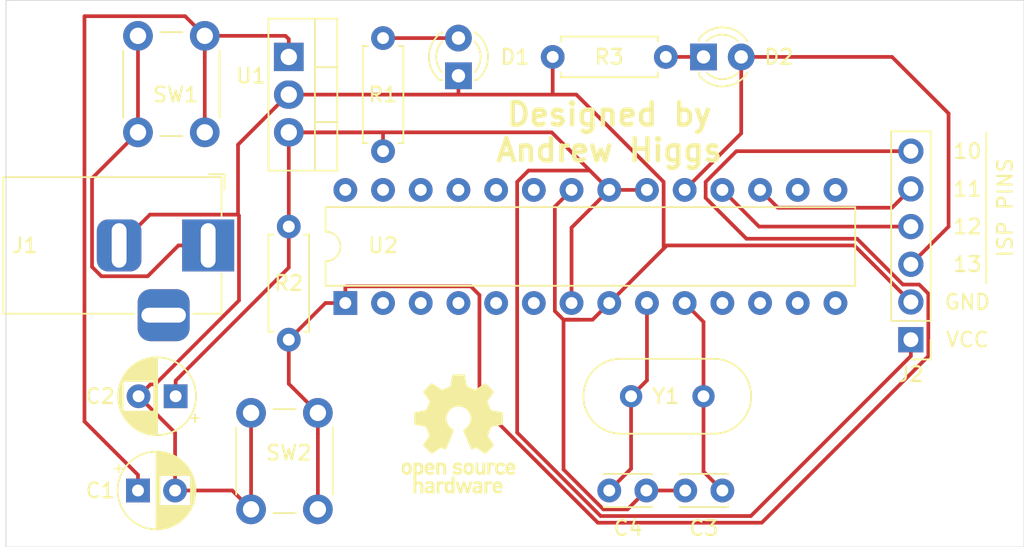
<source format=kicad_pcb>
(kicad_pcb (version 20171130) (host pcbnew 5.1.4+dfsg1-1)

  (general
    (thickness 1.6)
    (drawings 14)
    (tracks 120)
    (zones 0)
    (modules 17)
    (nets 30)
  )

  (page A4)
  (layers
    (0 F.Cu signal)
    (31 B.Cu signal)
    (32 B.Adhes user hide)
    (33 F.Adhes user hide)
    (34 B.Paste user hide)
    (35 F.Paste user hide)
    (36 B.SilkS user)
    (37 F.SilkS user)
    (38 B.Mask user hide)
    (39 F.Mask user hide)
    (40 Dwgs.User user hide)
    (41 Cmts.User user hide)
    (42 Eco1.User user hide)
    (43 Eco2.User user hide)
    (44 Edge.Cuts user)
    (45 Margin user hide)
    (46 B.CrtYd user hide)
    (47 F.CrtYd user hide)
    (48 B.Fab user hide)
    (49 F.Fab user hide)
  )

  (setup
    (last_trace_width 0.25)
    (trace_clearance 0.2)
    (zone_clearance 0.508)
    (zone_45_only no)
    (trace_min 0.2)
    (via_size 0.8)
    (via_drill 0.4)
    (via_min_size 0.4)
    (via_min_drill 0.3)
    (uvia_size 0.3)
    (uvia_drill 0.1)
    (uvias_allowed no)
    (uvia_min_size 0.2)
    (uvia_min_drill 0.1)
    (edge_width 0.05)
    (segment_width 0.2)
    (pcb_text_width 0.3)
    (pcb_text_size 1.5 1.5)
    (mod_edge_width 0.12)
    (mod_text_size 1 1)
    (mod_text_width 0.15)
    (pad_size 1.524 1.524)
    (pad_drill 0.762)
    (pad_to_mask_clearance 0.051)
    (solder_mask_min_width 0.25)
    (aux_axis_origin 0 0)
    (visible_elements FFFFEF7F)
    (pcbplotparams
      (layerselection 0x010fc_ffffffff)
      (usegerberextensions false)
      (usegerberattributes false)
      (usegerberadvancedattributes false)
      (creategerberjobfile false)
      (excludeedgelayer true)
      (linewidth 0.100000)
      (plotframeref false)
      (viasonmask false)
      (mode 1)
      (useauxorigin false)
      (hpglpennumber 1)
      (hpglpenspeed 20)
      (hpglpendiameter 15.000000)
      (psnegative false)
      (psa4output false)
      (plotreference true)
      (plotvalue true)
      (plotinvisibletext false)
      (padsonsilk false)
      (subtractmaskfromsilk false)
      (outputformat 1)
      (mirror false)
      (drillshape 1)
      (scaleselection 1)
      (outputdirectory ""))
  )

  (net 0 "")
  (net 1 "Net-(C1-Pad2)")
  (net 2 "Net-(C1-Pad1)")
  (net 3 "Net-(C2-Pad1)")
  (net 4 "Net-(C3-Pad1)")
  (net 5 "Net-(C4-Pad1)")
  (net 6 "Net-(D1-Pad2)")
  (net 7 "Net-(J1-Pad1)")
  (net 8 "Net-(U2-Pad28)")
  (net 9 "Net-(U2-Pad14)")
  (net 10 "Net-(U2-Pad27)")
  (net 11 "Net-(U2-Pad13)")
  (net 12 "Net-(U2-Pad26)")
  (net 13 "Net-(U2-Pad12)")
  (net 14 "Net-(U2-Pad25)")
  (net 15 "Net-(U2-Pad11)")
  (net 16 "Net-(U2-Pad24)")
  (net 17 "Net-(U2-Pad23)")
  (net 18 "Net-(U2-Pad6)")
  (net 19 "Net-(U2-Pad5)")
  (net 20 "Net-(U2-Pad4)")
  (net 21 "Net-(U2-Pad3)")
  (net 22 "Net-(U2-Pad16)")
  (net 23 "Net-(U2-Pad2)")
  (net 24 "Net-(U2-Pad15)")
  (net 25 "Net-(D2-Pad2)")
  (net 26 "Net-(D2-Pad1)")
  (net 27 "Net-(J2-Pad6)")
  (net 28 "Net-(J2-Pad5)")
  (net 29 "Net-(J2-Pad4)")

  (net_class Default "This is the default net class."
    (clearance 0.2)
    (trace_width 0.25)
    (via_dia 0.8)
    (via_drill 0.4)
    (uvia_dia 0.3)
    (uvia_drill 0.1)
    (add_net "Net-(C1-Pad1)")
    (add_net "Net-(C1-Pad2)")
    (add_net "Net-(C2-Pad1)")
    (add_net "Net-(C3-Pad1)")
    (add_net "Net-(C4-Pad1)")
    (add_net "Net-(D1-Pad2)")
    (add_net "Net-(D2-Pad1)")
    (add_net "Net-(D2-Pad2)")
    (add_net "Net-(J1-Pad1)")
    (add_net "Net-(J2-Pad4)")
    (add_net "Net-(J2-Pad5)")
    (add_net "Net-(J2-Pad6)")
    (add_net "Net-(U2-Pad11)")
    (add_net "Net-(U2-Pad12)")
    (add_net "Net-(U2-Pad13)")
    (add_net "Net-(U2-Pad14)")
    (add_net "Net-(U2-Pad15)")
    (add_net "Net-(U2-Pad16)")
    (add_net "Net-(U2-Pad2)")
    (add_net "Net-(U2-Pad23)")
    (add_net "Net-(U2-Pad24)")
    (add_net "Net-(U2-Pad25)")
    (add_net "Net-(U2-Pad26)")
    (add_net "Net-(U2-Pad27)")
    (add_net "Net-(U2-Pad28)")
    (add_net "Net-(U2-Pad3)")
    (add_net "Net-(U2-Pad4)")
    (add_net "Net-(U2-Pad5)")
    (add_net "Net-(U2-Pad6)")
  )

  (module Connector_PinHeader_2.54mm:PinHeader_1x06_P2.54mm_Vertical (layer F.Cu) (tedit 59FED5CC) (tstamp 5EA0ABA9)
    (at 104.14 49.53 180)
    (descr "Through hole straight pin header, 1x06, 2.54mm pitch, single row")
    (tags "Through hole pin header THT 1x06 2.54mm single row")
    (path /5EAC156A)
    (fp_text reference J2 (at 0 -2.33) (layer F.SilkS)
      (effects (font (size 1 1) (thickness 0.15)))
    )
    (fp_text value Conn_01x06_Male (at 0 15.03) (layer F.Fab)
      (effects (font (size 1 1) (thickness 0.15)))
    )
    (fp_text user %R (at 0 6.35 90) (layer F.Fab)
      (effects (font (size 1 1) (thickness 0.15)))
    )
    (fp_line (start 1.8 -1.8) (end -1.8 -1.8) (layer F.CrtYd) (width 0.05))
    (fp_line (start 1.8 14.5) (end 1.8 -1.8) (layer F.CrtYd) (width 0.05))
    (fp_line (start -1.8 14.5) (end 1.8 14.5) (layer F.CrtYd) (width 0.05))
    (fp_line (start -1.8 -1.8) (end -1.8 14.5) (layer F.CrtYd) (width 0.05))
    (fp_line (start -1.33 -1.33) (end 0 -1.33) (layer F.SilkS) (width 0.12))
    (fp_line (start -1.33 0) (end -1.33 -1.33) (layer F.SilkS) (width 0.12))
    (fp_line (start -1.33 1.27) (end 1.33 1.27) (layer F.SilkS) (width 0.12))
    (fp_line (start 1.33 1.27) (end 1.33 14.03) (layer F.SilkS) (width 0.12))
    (fp_line (start -1.33 1.27) (end -1.33 14.03) (layer F.SilkS) (width 0.12))
    (fp_line (start -1.33 14.03) (end 1.33 14.03) (layer F.SilkS) (width 0.12))
    (fp_line (start -1.27 -0.635) (end -0.635 -1.27) (layer F.Fab) (width 0.1))
    (fp_line (start -1.27 13.97) (end -1.27 -0.635) (layer F.Fab) (width 0.1))
    (fp_line (start 1.27 13.97) (end -1.27 13.97) (layer F.Fab) (width 0.1))
    (fp_line (start 1.27 -1.27) (end 1.27 13.97) (layer F.Fab) (width 0.1))
    (fp_line (start -0.635 -1.27) (end 1.27 -1.27) (layer F.Fab) (width 0.1))
    (pad 6 thru_hole oval (at 0 12.7 180) (size 1.7 1.7) (drill 1) (layers *.Cu *.Mask)
      (net 27 "Net-(J2-Pad6)"))
    (pad 5 thru_hole oval (at 0 10.16 180) (size 1.7 1.7) (drill 1) (layers *.Cu *.Mask)
      (net 28 "Net-(J2-Pad5)"))
    (pad 4 thru_hole oval (at 0 7.62 180) (size 1.7 1.7) (drill 1) (layers *.Cu *.Mask)
      (net 29 "Net-(J2-Pad4)"))
    (pad 3 thru_hole oval (at 0 5.08 180) (size 1.7 1.7) (drill 1) (layers *.Cu *.Mask)
      (net 25 "Net-(D2-Pad2)"))
    (pad 2 thru_hole oval (at 0 2.54 180) (size 1.7 1.7) (drill 1) (layers *.Cu *.Mask)
      (net 1 "Net-(C1-Pad2)"))
    (pad 1 thru_hole rect (at 0 0 180) (size 1.7 1.7) (drill 1) (layers *.Cu *.Mask)
      (net 3 "Net-(C2-Pad1)"))
    (model ${KISYS3DMOD}/Connector_PinHeader_2.54mm.3dshapes/PinHeader_1x06_P2.54mm_Vertical.wrl
      (at (xyz 0 0 0))
      (scale (xyz 1 1 1))
      (rotate (xyz 0 0 0))
    )
  )

  (module Resistor_THT:R_Axial_DIN0207_L6.3mm_D2.5mm_P7.62mm_Horizontal (layer F.Cu) (tedit 5AE5139B) (tstamp 5EA0927F)
    (at 80.01 30.48)
    (descr "Resistor, Axial_DIN0207 series, Axial, Horizontal, pin pitch=7.62mm, 0.25W = 1/4W, length*diameter=6.3*2.5mm^2, http://cdn-reichelt.de/documents/datenblatt/B400/1_4W%23YAG.pdf")
    (tags "Resistor Axial_DIN0207 series Axial Horizontal pin pitch 7.62mm 0.25W = 1/4W length 6.3mm diameter 2.5mm")
    (path /5EAAD46B)
    (fp_text reference R3 (at 3.81 0) (layer F.SilkS)
      (effects (font (size 1 1) (thickness 0.15)))
    )
    (fp_text value R220 (at 3.81 2.37) (layer F.Fab)
      (effects (font (size 1 1) (thickness 0.15)))
    )
    (fp_text user %R (at 3.81 0) (layer F.Fab)
      (effects (font (size 1 1) (thickness 0.15)))
    )
    (fp_line (start 8.67 -1.5) (end -1.05 -1.5) (layer F.CrtYd) (width 0.05))
    (fp_line (start 8.67 1.5) (end 8.67 -1.5) (layer F.CrtYd) (width 0.05))
    (fp_line (start -1.05 1.5) (end 8.67 1.5) (layer F.CrtYd) (width 0.05))
    (fp_line (start -1.05 -1.5) (end -1.05 1.5) (layer F.CrtYd) (width 0.05))
    (fp_line (start 7.08 1.37) (end 7.08 1.04) (layer F.SilkS) (width 0.12))
    (fp_line (start 0.54 1.37) (end 7.08 1.37) (layer F.SilkS) (width 0.12))
    (fp_line (start 0.54 1.04) (end 0.54 1.37) (layer F.SilkS) (width 0.12))
    (fp_line (start 7.08 -1.37) (end 7.08 -1.04) (layer F.SilkS) (width 0.12))
    (fp_line (start 0.54 -1.37) (end 7.08 -1.37) (layer F.SilkS) (width 0.12))
    (fp_line (start 0.54 -1.04) (end 0.54 -1.37) (layer F.SilkS) (width 0.12))
    (fp_line (start 7.62 0) (end 6.96 0) (layer F.Fab) (width 0.1))
    (fp_line (start 0 0) (end 0.66 0) (layer F.Fab) (width 0.1))
    (fp_line (start 6.96 -1.25) (end 0.66 -1.25) (layer F.Fab) (width 0.1))
    (fp_line (start 6.96 1.25) (end 6.96 -1.25) (layer F.Fab) (width 0.1))
    (fp_line (start 0.66 1.25) (end 6.96 1.25) (layer F.Fab) (width 0.1))
    (fp_line (start 0.66 -1.25) (end 0.66 1.25) (layer F.Fab) (width 0.1))
    (pad 2 thru_hole oval (at 7.62 0) (size 1.6 1.6) (drill 0.8) (layers *.Cu *.Mask)
      (net 26 "Net-(D2-Pad1)"))
    (pad 1 thru_hole circle (at 0 0) (size 1.6 1.6) (drill 0.8) (layers *.Cu *.Mask)
      (net 1 "Net-(C1-Pad2)"))
    (model ${KISYS3DMOD}/Resistor_THT.3dshapes/R_Axial_DIN0207_L6.3mm_D2.5mm_P7.62mm_Horizontal.wrl
      (at (xyz 0 0 0))
      (scale (xyz 1 1 1))
      (rotate (xyz 0 0 0))
    )
  )

  (module LED_THT:LED_D3.0mm (layer F.Cu) (tedit 587A3A7B) (tstamp 5EA091CC)
    (at 90.17 30.48)
    (descr "LED, diameter 3.0mm, 2 pins")
    (tags "LED diameter 3.0mm 2 pins")
    (path /5EAACE94)
    (fp_text reference D2 (at 5.08 0) (layer F.SilkS)
      (effects (font (size 1 1) (thickness 0.15)))
    )
    (fp_text value LED (at 1.27 2.96) (layer F.Fab)
      (effects (font (size 1 1) (thickness 0.15)))
    )
    (fp_line (start 3.7 -2.25) (end -1.15 -2.25) (layer F.CrtYd) (width 0.05))
    (fp_line (start 3.7 2.25) (end 3.7 -2.25) (layer F.CrtYd) (width 0.05))
    (fp_line (start -1.15 2.25) (end 3.7 2.25) (layer F.CrtYd) (width 0.05))
    (fp_line (start -1.15 -2.25) (end -1.15 2.25) (layer F.CrtYd) (width 0.05))
    (fp_line (start -0.29 1.08) (end -0.29 1.236) (layer F.SilkS) (width 0.12))
    (fp_line (start -0.29 -1.236) (end -0.29 -1.08) (layer F.SilkS) (width 0.12))
    (fp_line (start -0.23 -1.16619) (end -0.23 1.16619) (layer F.Fab) (width 0.1))
    (fp_circle (center 1.27 0) (end 2.77 0) (layer F.Fab) (width 0.1))
    (fp_arc (start 1.27 0) (end 0.229039 1.08) (angle -87.9) (layer F.SilkS) (width 0.12))
    (fp_arc (start 1.27 0) (end 0.229039 -1.08) (angle 87.9) (layer F.SilkS) (width 0.12))
    (fp_arc (start 1.27 0) (end -0.29 1.235516) (angle -108.8) (layer F.SilkS) (width 0.12))
    (fp_arc (start 1.27 0) (end -0.29 -1.235516) (angle 108.8) (layer F.SilkS) (width 0.12))
    (fp_arc (start 1.27 0) (end -0.23 -1.16619) (angle 284.3) (layer F.Fab) (width 0.1))
    (pad 2 thru_hole circle (at 2.54 0) (size 1.8 1.8) (drill 0.9) (layers *.Cu *.Mask)
      (net 25 "Net-(D2-Pad2)"))
    (pad 1 thru_hole rect (at 0 0) (size 1.8 1.8) (drill 0.9) (layers *.Cu *.Mask)
      (net 26 "Net-(D2-Pad1)"))
    (model ${KISYS3DMOD}/LED_THT.3dshapes/LED_D3.0mm.wrl
      (at (xyz 0 0 0))
      (scale (xyz 1 1 1))
      (rotate (xyz 0 0 0))
    )
  )

  (module Package_DIP:DIP-28_W7.62mm (layer F.Cu) (tedit 5A02E8C5) (tstamp 5E9FB375)
    (at 66.04 47.06 90)
    (descr "28-lead though-hole mounted DIP package, row spacing 7.62 mm (300 mils)")
    (tags "THT DIP DIL PDIP 2.54mm 7.62mm 300mil")
    (path /5EA42E8C)
    (fp_text reference U2 (at 3.88 2.54 180) (layer F.SilkS)
      (effects (font (size 1 1) (thickness 0.15)))
    )
    (fp_text value ATmega328P-PU (at 3.88 25.4 180) (layer F.Fab)
      (effects (font (size 1 1) (thickness 0.15)))
    )
    (fp_text user %R (at 3.88 11.43 180) (layer F.Fab)
      (effects (font (size 1 1) (thickness 0.15)))
    )
    (fp_line (start 8.7 -1.55) (end -1.1 -1.55) (layer F.CrtYd) (width 0.05))
    (fp_line (start 8.7 34.55) (end 8.7 -1.55) (layer F.CrtYd) (width 0.05))
    (fp_line (start -1.1 34.55) (end 8.7 34.55) (layer F.CrtYd) (width 0.05))
    (fp_line (start -1.1 -1.55) (end -1.1 34.55) (layer F.CrtYd) (width 0.05))
    (fp_line (start 6.46 -1.33) (end 4.81 -1.33) (layer F.SilkS) (width 0.12))
    (fp_line (start 6.46 34.35) (end 6.46 -1.33) (layer F.SilkS) (width 0.12))
    (fp_line (start 1.16 34.35) (end 6.46 34.35) (layer F.SilkS) (width 0.12))
    (fp_line (start 1.16 -1.33) (end 1.16 34.35) (layer F.SilkS) (width 0.12))
    (fp_line (start 2.81 -1.33) (end 1.16 -1.33) (layer F.SilkS) (width 0.12))
    (fp_line (start 0.635 -0.27) (end 1.635 -1.27) (layer F.Fab) (width 0.1))
    (fp_line (start 0.635 34.29) (end 0.635 -0.27) (layer F.Fab) (width 0.1))
    (fp_line (start 6.985 34.29) (end 0.635 34.29) (layer F.Fab) (width 0.1))
    (fp_line (start 6.985 -1.27) (end 6.985 34.29) (layer F.Fab) (width 0.1))
    (fp_line (start 1.635 -1.27) (end 6.985 -1.27) (layer F.Fab) (width 0.1))
    (fp_arc (start 3.81 -1.33) (end 2.81 -1.33) (angle -180) (layer F.SilkS) (width 0.12))
    (pad 28 thru_hole oval (at 7.62 0 90) (size 1.6 1.6) (drill 0.8) (layers *.Cu *.Mask)
      (net 8 "Net-(U2-Pad28)"))
    (pad 14 thru_hole oval (at 0 33.02 90) (size 1.6 1.6) (drill 0.8) (layers *.Cu *.Mask)
      (net 9 "Net-(U2-Pad14)"))
    (pad 27 thru_hole oval (at 7.62 2.54 90) (size 1.6 1.6) (drill 0.8) (layers *.Cu *.Mask)
      (net 10 "Net-(U2-Pad27)"))
    (pad 13 thru_hole oval (at 0 30.48 90) (size 1.6 1.6) (drill 0.8) (layers *.Cu *.Mask)
      (net 11 "Net-(U2-Pad13)"))
    (pad 26 thru_hole oval (at 7.62 5.08 90) (size 1.6 1.6) (drill 0.8) (layers *.Cu *.Mask)
      (net 12 "Net-(U2-Pad26)"))
    (pad 12 thru_hole oval (at 0 27.94 90) (size 1.6 1.6) (drill 0.8) (layers *.Cu *.Mask)
      (net 13 "Net-(U2-Pad12)"))
    (pad 25 thru_hole oval (at 7.62 7.62 90) (size 1.6 1.6) (drill 0.8) (layers *.Cu *.Mask)
      (net 14 "Net-(U2-Pad25)"))
    (pad 11 thru_hole oval (at 0 25.4 90) (size 1.6 1.6) (drill 0.8) (layers *.Cu *.Mask)
      (net 15 "Net-(U2-Pad11)"))
    (pad 24 thru_hole oval (at 7.62 10.16 90) (size 1.6 1.6) (drill 0.8) (layers *.Cu *.Mask)
      (net 16 "Net-(U2-Pad24)"))
    (pad 10 thru_hole oval (at 0 22.86 90) (size 1.6 1.6) (drill 0.8) (layers *.Cu *.Mask)
      (net 4 "Net-(C3-Pad1)"))
    (pad 23 thru_hole oval (at 7.62 12.7 90) (size 1.6 1.6) (drill 0.8) (layers *.Cu *.Mask)
      (net 17 "Net-(U2-Pad23)"))
    (pad 9 thru_hole oval (at 0 20.32 90) (size 1.6 1.6) (drill 0.8) (layers *.Cu *.Mask)
      (net 5 "Net-(C4-Pad1)"))
    (pad 22 thru_hole oval (at 7.62 15.24 90) (size 1.6 1.6) (drill 0.8) (layers *.Cu *.Mask)
      (net 1 "Net-(C1-Pad2)"))
    (pad 8 thru_hole oval (at 0 17.78 90) (size 1.6 1.6) (drill 0.8) (layers *.Cu *.Mask)
      (net 1 "Net-(C1-Pad2)"))
    (pad 21 thru_hole oval (at 7.62 17.78 90) (size 1.6 1.6) (drill 0.8) (layers *.Cu *.Mask)
      (net 3 "Net-(C2-Pad1)"))
    (pad 7 thru_hole oval (at 0 15.24 90) (size 1.6 1.6) (drill 0.8) (layers *.Cu *.Mask)
      (net 3 "Net-(C2-Pad1)"))
    (pad 20 thru_hole oval (at 7.62 20.32 90) (size 1.6 1.6) (drill 0.8) (layers *.Cu *.Mask)
      (net 3 "Net-(C2-Pad1)"))
    (pad 6 thru_hole oval (at 0 12.7 90) (size 1.6 1.6) (drill 0.8) (layers *.Cu *.Mask)
      (net 18 "Net-(U2-Pad6)"))
    (pad 19 thru_hole oval (at 7.62 22.86 90) (size 1.6 1.6) (drill 0.8) (layers *.Cu *.Mask)
      (net 25 "Net-(D2-Pad2)"))
    (pad 5 thru_hole oval (at 0 10.16 90) (size 1.6 1.6) (drill 0.8) (layers *.Cu *.Mask)
      (net 19 "Net-(U2-Pad5)"))
    (pad 18 thru_hole oval (at 7.62 25.4 90) (size 1.6 1.6) (drill 0.8) (layers *.Cu *.Mask)
      (net 29 "Net-(J2-Pad4)"))
    (pad 4 thru_hole oval (at 0 7.62 90) (size 1.6 1.6) (drill 0.8) (layers *.Cu *.Mask)
      (net 20 "Net-(U2-Pad4)"))
    (pad 17 thru_hole oval (at 7.62 27.94 90) (size 1.6 1.6) (drill 0.8) (layers *.Cu *.Mask)
      (net 28 "Net-(J2-Pad5)"))
    (pad 3 thru_hole oval (at 0 5.08 90) (size 1.6 1.6) (drill 0.8) (layers *.Cu *.Mask)
      (net 21 "Net-(U2-Pad3)"))
    (pad 16 thru_hole oval (at 7.62 30.48 90) (size 1.6 1.6) (drill 0.8) (layers *.Cu *.Mask)
      (net 22 "Net-(U2-Pad16)"))
    (pad 2 thru_hole oval (at 0 2.54 90) (size 1.6 1.6) (drill 0.8) (layers *.Cu *.Mask)
      (net 23 "Net-(U2-Pad2)"))
    (pad 15 thru_hole oval (at 7.62 33.02 90) (size 1.6 1.6) (drill 0.8) (layers *.Cu *.Mask)
      (net 24 "Net-(U2-Pad15)"))
    (pad 1 thru_hole rect (at 0 0 90) (size 1.6 1.6) (drill 0.8) (layers *.Cu *.Mask)
      (net 27 "Net-(J2-Pad6)"))
    (model ${KISYS3DMOD}/Package_DIP.3dshapes/DIP-28_W7.62mm.wrl
      (at (xyz 0 0 0))
      (scale (xyz 1 1 1))
      (rotate (xyz 0 0 0))
    )
  )

  (module Symbol:OSHW-Logo_7.5x8mm_SilkScreen (layer F.Cu) (tedit 0) (tstamp 5EA02865)
    (at 73.66 55.88)
    (descr "Open Source Hardware Logo")
    (tags "Logo OSHW")
    (attr virtual)
    (fp_text reference REF** (at 0 0) (layer F.SilkS) hide
      (effects (font (size 1 1) (thickness 0.15)))
    )
    (fp_text value OSHW-Logo_7.5x8mm_SilkScreen (at 0.75 0) (layer F.Fab) hide
      (effects (font (size 1 1) (thickness 0.15)))
    )
    (fp_poly (pts (xy 0.500964 -3.601424) (xy 0.576513 -3.200678) (xy 1.134041 -2.970846) (xy 1.468465 -3.198252)
      (xy 1.562122 -3.261569) (xy 1.646782 -3.318104) (xy 1.718495 -3.365273) (xy 1.773311 -3.400498)
      (xy 1.80728 -3.421195) (xy 1.81653 -3.425658) (xy 1.833195 -3.41418) (xy 1.868806 -3.382449)
      (xy 1.919371 -3.334517) (xy 1.9809 -3.274438) (xy 2.049399 -3.206267) (xy 2.120879 -3.134055)
      (xy 2.191347 -3.061858) (xy 2.256811 -2.993727) (xy 2.31328 -2.933717) (xy 2.356763 -2.885881)
      (xy 2.383268 -2.854273) (xy 2.389605 -2.843695) (xy 2.380486 -2.824194) (xy 2.35492 -2.781469)
      (xy 2.315597 -2.719702) (xy 2.265203 -2.643069) (xy 2.206427 -2.555752) (xy 2.172368 -2.505948)
      (xy 2.110289 -2.415007) (xy 2.055126 -2.332941) (xy 2.009554 -2.263837) (xy 1.97625 -2.211778)
      (xy 1.95789 -2.18085) (xy 1.955131 -2.17435) (xy 1.961385 -2.155879) (xy 1.978434 -2.112828)
      (xy 2.003703 -2.051251) (xy 2.034622 -1.977201) (xy 2.068618 -1.89673) (xy 2.103118 -1.815893)
      (xy 2.135551 -1.740742) (xy 2.163343 -1.677329) (xy 2.183923 -1.631707) (xy 2.194719 -1.609931)
      (xy 2.195356 -1.609074) (xy 2.212307 -1.604916) (xy 2.257451 -1.595639) (xy 2.32611 -1.582156)
      (xy 2.413602 -1.565379) (xy 2.51525 -1.546219) (xy 2.574556 -1.53517) (xy 2.683172 -1.51449)
      (xy 2.781277 -1.494811) (xy 2.863909 -1.477211) (xy 2.926104 -1.462767) (xy 2.962899 -1.452554)
      (xy 2.970296 -1.449314) (xy 2.97754 -1.427383) (xy 2.983385 -1.377853) (xy 2.987835 -1.306515)
      (xy 2.990893 -1.219161) (xy 2.992565 -1.121583) (xy 2.992853 -1.019574) (xy 2.991761 -0.918925)
      (xy 2.989294 -0.825428) (xy 2.985456 -0.744875) (xy 2.98025 -0.683058) (xy 2.973681 -0.64577)
      (xy 2.969741 -0.638007) (xy 2.946188 -0.628702) (xy 2.896282 -0.6154) (xy 2.826623 -0.599663)
      (xy 2.743813 -0.583054) (xy 2.714905 -0.577681) (xy 2.575531 -0.552152) (xy 2.465436 -0.531592)
      (xy 2.380982 -0.515185) (xy 2.31853 -0.502113) (xy 2.274444 -0.491559) (xy 2.245085 -0.482706)
      (xy 2.226815 -0.474737) (xy 2.215998 -0.466835) (xy 2.214485 -0.465273) (xy 2.199377 -0.440114)
      (xy 2.176329 -0.39115) (xy 2.147644 -0.324379) (xy 2.115622 -0.245795) (xy 2.082565 -0.161393)
      (xy 2.050773 -0.07717) (xy 2.022549 0.000879) (xy 2.000193 0.066759) (xy 1.986007 0.114473)
      (xy 1.982293 0.138027) (xy 1.982602 0.138852) (xy 1.995189 0.158104) (xy 2.023744 0.200463)
      (xy 2.065267 0.261521) (xy 2.116756 0.336868) (xy 2.175211 0.422096) (xy 2.191858 0.446315)
      (xy 2.251215 0.534123) (xy 2.303447 0.614238) (xy 2.345708 0.682062) (xy 2.375153 0.732993)
      (xy 2.388937 0.762431) (xy 2.389605 0.766048) (xy 2.378024 0.785057) (xy 2.346024 0.822714)
      (xy 2.297718 0.874973) (xy 2.23722 0.937786) (xy 2.168644 1.007106) (xy 2.096104 1.078885)
      (xy 2.023712 1.149077) (xy 1.955584 1.213635) (xy 1.895832 1.26851) (xy 1.848571 1.309656)
      (xy 1.817913 1.333026) (xy 1.809432 1.336842) (xy 1.789691 1.327855) (xy 1.749274 1.303616)
      (xy 1.694763 1.268209) (xy 1.652823 1.239711) (xy 1.576829 1.187418) (xy 1.486834 1.125845)
      (xy 1.396564 1.06437) (xy 1.348032 1.031469) (xy 1.183762 0.920359) (xy 1.045869 0.994916)
      (xy 0.983049 1.027578) (xy 0.929629 1.052966) (xy 0.893484 1.067446) (xy 0.884284 1.06946)
      (xy 0.873221 1.054584) (xy 0.851394 1.012547) (xy 0.820434 0.947227) (xy 0.78197 0.8625)
      (xy 0.737632 0.762245) (xy 0.689047 0.650339) (xy 0.637846 0.530659) (xy 0.585659 0.407084)
      (xy 0.534113 0.283491) (xy 0.48484 0.163757) (xy 0.439467 0.051759) (xy 0.399625 -0.048623)
      (xy 0.366942 -0.133514) (xy 0.343049 -0.199035) (xy 0.329574 -0.24131) (xy 0.327406 -0.255828)
      (xy 0.344583 -0.274347) (xy 0.38219 -0.30441) (xy 0.432366 -0.339768) (xy 0.436578 -0.342566)
      (xy 0.566264 -0.446375) (xy 0.670834 -0.567485) (xy 0.749381 -0.702024) (xy 0.800999 -0.846118)
      (xy 0.824782 -0.995895) (xy 0.819823 -1.147483) (xy 0.785217 -1.297008) (xy 0.720057 -1.4406)
      (xy 0.700886 -1.472016) (xy 0.601174 -1.598875) (xy 0.483377 -1.700745) (xy 0.351571 -1.777096)
      (xy 0.209833 -1.827398) (xy 0.062242 -1.851121) (xy -0.087127 -1.847735) (xy -0.234197 -1.816712)
      (xy -0.374889 -1.75752) (xy -0.505127 -1.669631) (xy -0.545414 -1.633958) (xy -0.647945 -1.522294)
      (xy -0.722659 -1.404743) (xy -0.77391 -1.27298) (xy -0.802454 -1.142493) (xy -0.8095 -0.995784)
      (xy -0.786004 -0.848347) (xy -0.734351 -0.705166) (xy -0.656929 -0.571223) (xy -0.556125 -0.451502)
      (xy -0.434324 -0.350986) (xy -0.418316 -0.340391) (xy -0.367602 -0.305694) (xy -0.32905 -0.27563)
      (xy -0.310619 -0.256435) (xy -0.310351 -0.255828) (xy -0.314308 -0.235064) (xy -0.329993 -0.187938)
      (xy -0.355778 -0.118327) (xy -0.390031 -0.030107) (xy -0.431123 0.072844) (xy -0.477424 0.18665)
      (xy -0.527304 0.307435) (xy -0.579133 0.431321) (xy -0.631281 0.554432) (xy -0.682118 0.672891)
      (xy -0.730013 0.782823) (xy -0.773338 0.880349) (xy -0.810462 0.961593) (xy -0.839756 1.022679)
      (xy -0.859588 1.05973) (xy -0.867574 1.06946) (xy -0.891979 1.061883) (xy -0.937642 1.04156)
      (xy -0.99669 1.012125) (xy -1.02916 0.994916) (xy -1.167053 0.920359) (xy -1.331323 1.031469)
      (xy -1.415179 1.08839) (xy -1.506987 1.15103) (xy -1.59302 1.210011) (xy -1.636113 1.239711)
      (xy -1.696723 1.28041) (xy -1.748045 1.312663) (xy -1.783385 1.332384) (xy -1.794863 1.336554)
      (xy -1.81157 1.325307) (xy -1.848546 1.293911) (xy -1.902205 1.245624) (xy -1.968962 1.183708)
      (xy -2.045234 1.111421) (xy -2.093473 1.065008) (xy -2.177867 0.982087) (xy -2.250803 0.90792)
      (xy -2.309331 0.84568) (xy -2.350503 0.798541) (xy -2.371372 0.769673) (xy -2.373374 0.763815)
      (xy -2.364083 0.741532) (xy -2.338409 0.696477) (xy -2.2992 0.633211) (xy -2.249303 0.556295)
      (xy -2.191567 0.470292) (xy -2.175149 0.446315) (xy -2.115323 0.35917) (xy -2.06165 0.28071)
      (xy -2.01713 0.215345) (xy -1.984765 0.167484) (xy -1.967555 0.141535) (xy -1.965893 0.138852)
      (xy -1.968379 0.118172) (xy -1.981577 0.072704) (xy -2.003186 0.008444) (xy -2.030904 -0.068613)
      (xy -2.06243 -0.152471) (xy -2.095463 -0.237134) (xy -2.127701 -0.316608) (xy -2.156843 -0.384896)
      (xy -2.180588 -0.436003) (xy -2.196635 -0.463933) (xy -2.197775 -0.465273) (xy -2.207588 -0.473255)
      (xy -2.224161 -0.481149) (xy -2.251132 -0.489771) (xy -2.292139 -0.499938) (xy -2.35082 -0.512469)
      (xy -2.430813 -0.528179) (xy -2.535755 -0.547887) (xy -2.669285 -0.572408) (xy -2.698196 -0.577681)
      (xy -2.783882 -0.594236) (xy -2.858582 -0.610431) (xy -2.915694 -0.624704) (xy -2.948617 -0.635492)
      (xy -2.953031 -0.638007) (xy -2.960306 -0.660304) (xy -2.966219 -0.710131) (xy -2.970766 -0.781696)
      (xy -2.973945 -0.869207) (xy -2.975749 -0.966872) (xy -2.976177 -1.068899) (xy -2.975223 -1.169497)
      (xy -2.972884 -1.262873) (xy -2.969156 -1.343235) (xy -2.964034 -1.404791) (xy -2.957516 -1.44175)
      (xy -2.953586 -1.449314) (xy -2.931708 -1.456944) (xy -2.881891 -1.469358) (xy -2.809097 -1.485478)
      (xy -2.718289 -1.504227) (xy -2.614431 -1.524529) (xy -2.557846 -1.53517) (xy -2.450486 -1.55524)
      (xy -2.354746 -1.57342) (xy -2.275306 -1.588801) (xy -2.216846 -1.600469) (xy -2.184045 -1.607512)
      (xy -2.178646 -1.609074) (xy -2.169522 -1.626678) (xy -2.150235 -1.669082) (xy -2.123355 -1.730228)
      (xy -2.091454 -1.804057) (xy -2.057102 -1.884511) (xy -2.022871 -1.965532) (xy -1.991331 -2.041063)
      (xy -1.965054 -2.105045) (xy -1.946611 -2.15142) (xy -1.938571 -2.174131) (xy -1.938422 -2.175124)
      (xy -1.947535 -2.193039) (xy -1.973086 -2.234267) (xy -2.012388 -2.294709) (xy -2.062757 -2.370269)
      (xy -2.121506 -2.456848) (xy -2.155658 -2.506579) (xy -2.21789 -2.597764) (xy -2.273164 -2.680551)
      (xy -2.318782 -2.750751) (xy -2.352048 -2.804176) (xy -2.370264 -2.836639) (xy -2.372895 -2.843917)
      (xy -2.361586 -2.860855) (xy -2.330319 -2.897022) (xy -2.28309 -2.948365) (xy -2.223892 -3.010833)
      (xy -2.156719 -3.080374) (xy -2.085566 -3.152935) (xy -2.014426 -3.224465) (xy -1.947293 -3.290913)
      (xy -1.888161 -3.348226) (xy -1.841025 -3.392353) (xy -1.809877 -3.419241) (xy -1.799457 -3.425658)
      (xy -1.782491 -3.416635) (xy -1.741911 -3.391285) (xy -1.681663 -3.35219) (xy -1.605693 -3.301929)
      (xy -1.517946 -3.243083) (xy -1.451756 -3.198252) (xy -1.117332 -2.970846) (xy -0.838567 -3.085762)
      (xy -0.559803 -3.200678) (xy -0.484254 -3.601424) (xy -0.408706 -4.002171) (xy 0.425415 -4.002171)
      (xy 0.500964 -3.601424)) (layer F.SilkS) (width 0.01))
    (fp_poly (pts (xy 2.391388 1.937645) (xy 2.448865 1.955206) (xy 2.485872 1.977395) (xy 2.497927 1.994942)
      (xy 2.494609 2.015742) (xy 2.473079 2.048419) (xy 2.454874 2.071562) (xy 2.417344 2.113402)
      (xy 2.389148 2.131005) (xy 2.365111 2.129856) (xy 2.293808 2.11171) (xy 2.241442 2.112534)
      (xy 2.198918 2.133098) (xy 2.184642 2.145134) (xy 2.138947 2.187483) (xy 2.138947 2.740526)
      (xy 1.955131 2.740526) (xy 1.955131 1.938421) (xy 2.047039 1.938421) (xy 2.102219 1.940603)
      (xy 2.130688 1.948351) (xy 2.138943 1.963468) (xy 2.138947 1.963916) (xy 2.142845 1.979749)
      (xy 2.160474 1.977684) (xy 2.184901 1.966261) (xy 2.23535 1.945005) (xy 2.276316 1.932216)
      (xy 2.329028 1.928938) (xy 2.391388 1.937645)) (layer F.SilkS) (width 0.01))
    (fp_poly (pts (xy -1.002043 1.952226) (xy -0.960454 1.97209) (xy -0.920175 2.000784) (xy -0.88949 2.033809)
      (xy -0.867139 2.075931) (xy -0.851864 2.131915) (xy -0.842408 2.206528) (xy -0.837513 2.304535)
      (xy -0.835919 2.430702) (xy -0.835894 2.443914) (xy -0.835527 2.740526) (xy -1.019343 2.740526)
      (xy -1.019343 2.467081) (xy -1.019473 2.365777) (xy -1.020379 2.292353) (xy -1.022827 2.241271)
      (xy -1.027586 2.20699) (xy -1.035426 2.183971) (xy -1.047115 2.166673) (xy -1.063398 2.149581)
      (xy -1.120366 2.112857) (xy -1.182555 2.106042) (xy -1.241801 2.129261) (xy -1.262405 2.146543)
      (xy -1.27753 2.162791) (xy -1.28839 2.180191) (xy -1.29569 2.204212) (xy -1.300137 2.240322)
      (xy -1.302436 2.293988) (xy -1.303296 2.37068) (xy -1.303422 2.464043) (xy -1.303422 2.740526)
      (xy -1.487237 2.740526) (xy -1.487237 1.938421) (xy -1.395329 1.938421) (xy -1.340149 1.940603)
      (xy -1.31168 1.948351) (xy -1.303425 1.963468) (xy -1.303422 1.963916) (xy -1.299592 1.97872)
      (xy -1.282699 1.97704) (xy -1.249112 1.960773) (xy -1.172937 1.93684) (xy -1.0858 1.934178)
      (xy -1.002043 1.952226)) (layer F.SilkS) (width 0.01))
    (fp_poly (pts (xy 3.558784 1.935554) (xy 3.601574 1.945949) (xy 3.683609 1.984013) (xy 3.753757 2.042149)
      (xy 3.802305 2.111852) (xy 3.808975 2.127502) (xy 3.818124 2.168496) (xy 3.824529 2.229138)
      (xy 3.82671 2.29043) (xy 3.82671 2.406316) (xy 3.584407 2.406316) (xy 3.484471 2.406693)
      (xy 3.414069 2.408987) (xy 3.369313 2.414938) (xy 3.346315 2.426285) (xy 3.341189 2.444771)
      (xy 3.350048 2.472136) (xy 3.365917 2.504155) (xy 3.410184 2.557592) (xy 3.471699 2.584215)
      (xy 3.546885 2.583347) (xy 3.632053 2.554371) (xy 3.705659 2.518611) (xy 3.766734 2.566904)
      (xy 3.82781 2.615197) (xy 3.770351 2.668285) (xy 3.693641 2.718445) (xy 3.599302 2.748688)
      (xy 3.497827 2.757151) (xy 3.399711 2.741974) (xy 3.383881 2.736824) (xy 3.297647 2.691791)
      (xy 3.233501 2.624652) (xy 3.190091 2.533405) (xy 3.166064 2.416044) (xy 3.165784 2.413529)
      (xy 3.163633 2.285627) (xy 3.172329 2.239997) (xy 3.342105 2.239997) (xy 3.357697 2.247013)
      (xy 3.400029 2.252388) (xy 3.462434 2.255457) (xy 3.501981 2.255921) (xy 3.575728 2.25563)
      (xy 3.62184 2.253783) (xy 3.6461 2.248912) (xy 3.654294 2.239555) (xy 3.652206 2.224245)
      (xy 3.650455 2.218322) (xy 3.62056 2.162668) (xy 3.573542 2.117815) (xy 3.532049 2.098105)
      (xy 3.476926 2.099295) (xy 3.421068 2.123875) (xy 3.374212 2.16457) (xy 3.346094 2.214108)
      (xy 3.342105 2.239997) (xy 3.172329 2.239997) (xy 3.185074 2.173133) (xy 3.227611 2.078727)
      (xy 3.288747 2.005088) (xy 3.365985 1.954893) (xy 3.45683 1.930822) (xy 3.558784 1.935554)) (layer F.SilkS) (width 0.01))
    (fp_poly (pts (xy 2.946576 1.945419) (xy 3.043395 1.986549) (xy 3.07389 2.006571) (xy 3.112865 2.03734)
      (xy 3.137331 2.061533) (xy 3.141578 2.069413) (xy 3.129584 2.086899) (xy 3.098887 2.11657)
      (xy 3.074312 2.137279) (xy 3.007046 2.191336) (xy 2.95393 2.146642) (xy 2.912884 2.117789)
      (xy 2.872863 2.107829) (xy 2.827059 2.110261) (xy 2.754324 2.128345) (xy 2.704256 2.165881)
      (xy 2.673829 2.226562) (xy 2.660017 2.314081) (xy 2.660013 2.314136) (xy 2.661208 2.411958)
      (xy 2.679772 2.48373) (xy 2.716804 2.532595) (xy 2.74205 2.549143) (xy 2.809097 2.569749)
      (xy 2.880709 2.569762) (xy 2.943015 2.549768) (xy 2.957763 2.54) (xy 2.99475 2.515047)
      (xy 3.023668 2.510958) (xy 3.054856 2.52953) (xy 3.089336 2.562887) (xy 3.143912 2.619196)
      (xy 3.083318 2.669142) (xy 2.989698 2.725513) (xy 2.884125 2.753293) (xy 2.773798 2.751282)
      (xy 2.701343 2.732862) (xy 2.616656 2.68731) (xy 2.548927 2.61565) (xy 2.518157 2.565066)
      (xy 2.493236 2.492488) (xy 2.480766 2.400569) (xy 2.48067 2.300948) (xy 2.49287 2.205267)
      (xy 2.51729 2.125169) (xy 2.521136 2.116956) (xy 2.578093 2.036413) (xy 2.655209 1.977771)
      (xy 2.74639 1.942247) (xy 2.845543 1.931057) (xy 2.946576 1.945419)) (layer F.SilkS) (width 0.01))
    (fp_poly (pts (xy 1.320131 2.198533) (xy 1.32171 2.321089) (xy 1.327481 2.414179) (xy 1.338991 2.481651)
      (xy 1.35779 2.527355) (xy 1.385426 2.555139) (xy 1.423448 2.568854) (xy 1.470526 2.572358)
      (xy 1.519832 2.568432) (xy 1.557283 2.554089) (xy 1.584428 2.525478) (xy 1.602815 2.478751)
      (xy 1.613993 2.410058) (xy 1.619511 2.31555) (xy 1.620921 2.198533) (xy 1.620921 1.938421)
      (xy 1.804736 1.938421) (xy 1.804736 2.740526) (xy 1.712828 2.740526) (xy 1.657422 2.738281)
      (xy 1.628891 2.730396) (xy 1.620921 2.715428) (xy 1.61612 2.702097) (xy 1.597014 2.704917)
      (xy 1.558504 2.723783) (xy 1.470239 2.752887) (xy 1.376623 2.750825) (xy 1.286921 2.719221)
      (xy 1.244204 2.694257) (xy 1.211621 2.667226) (xy 1.187817 2.633405) (xy 1.171439 2.588068)
      (xy 1.161131 2.526489) (xy 1.155541 2.443943) (xy 1.153312 2.335705) (xy 1.153026 2.252004)
      (xy 1.153026 1.938421) (xy 1.320131 1.938421) (xy 1.320131 2.198533)) (layer F.SilkS) (width 0.01))
    (fp_poly (pts (xy 0.811669 1.94831) (xy 0.896192 1.99434) (xy 0.962321 2.067006) (xy 0.993478 2.126106)
      (xy 1.006855 2.178305) (xy 1.015522 2.252719) (xy 1.019237 2.338442) (xy 1.017754 2.424569)
      (xy 1.010831 2.500193) (xy 1.002745 2.540584) (xy 0.975465 2.59584) (xy 0.92822 2.65453)
      (xy 0.871282 2.705852) (xy 0.814924 2.739005) (xy 0.81355 2.739531) (xy 0.743616 2.754018)
      (xy 0.660737 2.754377) (xy 0.581977 2.741188) (xy 0.551566 2.730617) (xy 0.473239 2.686201)
      (xy 0.417143 2.628007) (xy 0.380286 2.550965) (xy 0.35968 2.450001) (xy 0.355018 2.397116)
      (xy 0.355613 2.330663) (xy 0.534736 2.330663) (xy 0.54077 2.42763) (xy 0.558138 2.501523)
      (xy 0.58574 2.548736) (xy 0.605404 2.562237) (xy 0.655787 2.571651) (xy 0.715673 2.568864)
      (xy 0.767449 2.555316) (xy 0.781027 2.547862) (xy 0.816849 2.504451) (xy 0.840493 2.438014)
      (xy 0.850558 2.357161) (xy 0.845642 2.270502) (xy 0.834655 2.218349) (xy 0.803109 2.157951)
      (xy 0.753311 2.120197) (xy 0.693337 2.107143) (xy 0.631264 2.120849) (xy 0.583582 2.154372)
      (xy 0.558525 2.182031) (xy 0.5439 2.209294) (xy 0.536929 2.24619) (xy 0.534833 2.30275)
      (xy 0.534736 2.330663) (xy 0.355613 2.330663) (xy 0.356282 2.255994) (xy 0.379265 2.140271)
      (xy 0.423972 2.049941) (xy 0.490405 1.985) (xy 0.578565 1.945445) (xy 0.597495 1.940858)
      (xy 0.711266 1.93009) (xy 0.811669 1.94831)) (layer F.SilkS) (width 0.01))
    (fp_poly (pts (xy 0.018628 1.935547) (xy 0.081908 1.947548) (xy 0.147557 1.972648) (xy 0.154572 1.975848)
      (xy 0.204356 2.002026) (xy 0.238834 2.026353) (xy 0.249978 2.041937) (xy 0.239366 2.067353)
      (xy 0.213588 2.104853) (xy 0.202146 2.118852) (xy 0.154992 2.173954) (xy 0.094201 2.138086)
      (xy 0.036347 2.114192) (xy -0.0305 2.10142) (xy -0.094606 2.100613) (xy -0.144236 2.112615)
      (xy -0.156146 2.120105) (xy -0.178828 2.15445) (xy -0.181584 2.194013) (xy -0.164612 2.22492)
      (xy -0.154573 2.230913) (xy -0.12449 2.238357) (xy -0.071611 2.247106) (xy -0.006425 2.255467)
      (xy 0.0056 2.256778) (xy 0.110297 2.274888) (xy 0.186232 2.305651) (xy 0.236592 2.351907)
      (xy 0.264564 2.416497) (xy 0.273278 2.495387) (xy 0.26124 2.585065) (xy 0.222151 2.655486)
      (xy 0.155855 2.706777) (xy 0.062194 2.739067) (xy -0.041777 2.751807) (xy -0.126562 2.751654)
      (xy -0.195335 2.740083) (xy -0.242303 2.724109) (xy -0.30165 2.696275) (xy -0.356494 2.663973)
      (xy -0.375987 2.649755) (xy -0.426119 2.608835) (xy -0.305197 2.486477) (xy -0.236457 2.531967)
      (xy -0.167512 2.566133) (xy -0.093889 2.584004) (xy -0.023117 2.585889) (xy 0.037274 2.572101)
      (xy 0.079757 2.542949) (xy 0.093474 2.518352) (xy 0.091417 2.478904) (xy 0.05733 2.448737)
      (xy -0.008692 2.427906) (xy -0.081026 2.418279) (xy -0.192348 2.39991) (xy -0.275048 2.365254)
      (xy -0.330235 2.313297) (xy -0.359012 2.243023) (xy -0.362999 2.159707) (xy -0.343307 2.072681)
      (xy -0.298411 2.006902) (xy -0.227909 1.962068) (xy -0.131399 1.937879) (xy -0.0599 1.933137)
      (xy 0.018628 1.935547)) (layer F.SilkS) (width 0.01))
    (fp_poly (pts (xy -1.802982 1.957027) (xy -1.78633 1.964866) (xy -1.728695 2.007086) (xy -1.674195 2.0687)
      (xy -1.633501 2.136543) (xy -1.621926 2.167734) (xy -1.611366 2.223449) (xy -1.605069 2.290781)
      (xy -1.604304 2.318585) (xy -1.604211 2.406316) (xy -2.10915 2.406316) (xy -2.098387 2.45227)
      (xy -2.071967 2.50662) (xy -2.025778 2.553591) (xy -1.970828 2.583848) (xy -1.935811 2.590131)
      (xy -1.888323 2.582506) (xy -1.831665 2.563383) (xy -1.812418 2.554584) (xy -1.741241 2.519036)
      (xy -1.680498 2.565367) (xy -1.645448 2.596703) (xy -1.626798 2.622567) (xy -1.625853 2.630158)
      (xy -1.642515 2.648556) (xy -1.67903 2.676515) (xy -1.712172 2.698327) (xy -1.801607 2.737537)
      (xy -1.901871 2.755285) (xy -2.001246 2.75067) (xy -2.080461 2.726551) (xy -2.16212 2.674884)
      (xy -2.220151 2.606856) (xy -2.256454 2.518843) (xy -2.272928 2.407216) (xy -2.274389 2.356138)
      (xy -2.268543 2.239091) (xy -2.267825 2.235686) (xy -2.100511 2.235686) (xy -2.095903 2.246662)
      (xy -2.076964 2.252715) (xy -2.037902 2.25531) (xy -1.972923 2.25591) (xy -1.947903 2.255921)
      (xy -1.871779 2.255014) (xy -1.823504 2.25172) (xy -1.79754 2.245181) (xy -1.788352 2.234537)
      (xy -1.788027 2.231119) (xy -1.798513 2.203956) (xy -1.824758 2.165903) (xy -1.836041 2.152579)
      (xy -1.877928 2.114896) (xy -1.921591 2.10008) (xy -1.945115 2.098842) (xy -2.008757 2.114329)
      (xy -2.062127 2.15593) (xy -2.095981 2.216353) (xy -2.096581 2.218322) (xy -2.100511 2.235686)
      (xy -2.267825 2.235686) (xy -2.249101 2.146928) (xy -2.214078 2.07319) (xy -2.171244 2.020848)
      (xy -2.092052 1.964092) (xy -1.99896 1.933762) (xy -1.899945 1.931021) (xy -1.802982 1.957027)) (layer F.SilkS) (width 0.01))
    (fp_poly (pts (xy -3.373216 1.947104) (xy -3.285795 1.985754) (xy -3.21943 2.05029) (xy -3.174024 2.140812)
      (xy -3.149482 2.257418) (xy -3.147723 2.275624) (xy -3.146344 2.403984) (xy -3.164216 2.516496)
      (xy -3.20025 2.607688) (xy -3.219545 2.637022) (xy -3.286755 2.699106) (xy -3.37235 2.739316)
      (xy -3.46811 2.756003) (xy -3.565813 2.747517) (xy -3.640083 2.72138) (xy -3.703953 2.677335)
      (xy -3.756154 2.619587) (xy -3.757057 2.618236) (xy -3.778256 2.582593) (xy -3.792033 2.546752)
      (xy -3.800376 2.501519) (xy -3.805273 2.437701) (xy -3.807431 2.385368) (xy -3.808329 2.33791)
      (xy -3.641257 2.33791) (xy -3.639624 2.385154) (xy -3.633696 2.448046) (xy -3.623239 2.488407)
      (xy -3.604381 2.517122) (xy -3.586719 2.533896) (xy -3.524106 2.569016) (xy -3.458592 2.57371)
      (xy -3.397579 2.54844) (xy -3.367072 2.520124) (xy -3.345089 2.491589) (xy -3.332231 2.464284)
      (xy -3.326588 2.42875) (xy -3.326249 2.375524) (xy -3.327988 2.326506) (xy -3.331729 2.256482)
      (xy -3.337659 2.211064) (xy -3.348347 2.18144) (xy -3.366361 2.158797) (xy -3.380637 2.145855)
      (xy -3.440349 2.11186) (xy -3.504766 2.110165) (xy -3.558781 2.130301) (xy -3.60486 2.172352)
      (xy -3.632311 2.241428) (xy -3.641257 2.33791) (xy -3.808329 2.33791) (xy -3.809401 2.281299)
      (xy -3.806036 2.203468) (xy -3.795955 2.14493) (xy -3.777774 2.098737) (xy -3.75011 2.057942)
      (xy -3.739854 2.045828) (xy -3.675722 1.985474) (xy -3.606934 1.95022) (xy -3.522811 1.93545)
      (xy -3.481791 1.934243) (xy -3.373216 1.947104)) (layer F.SilkS) (width 0.01))
    (fp_poly (pts (xy 2.701193 3.196078) (xy 2.781068 3.216845) (xy 2.847962 3.259705) (xy 2.880351 3.291723)
      (xy 2.933445 3.367413) (xy 2.963873 3.455216) (xy 2.974327 3.56315) (xy 2.97438 3.571875)
      (xy 2.974473 3.659605) (xy 2.469534 3.659605) (xy 2.480298 3.705559) (xy 2.499732 3.747178)
      (xy 2.533745 3.790544) (xy 2.54086 3.797467) (xy 2.602003 3.834935) (xy 2.671729 3.841289)
      (xy 2.751987 3.816638) (xy 2.765592 3.81) (xy 2.807319 3.789819) (xy 2.835268 3.778321)
      (xy 2.840145 3.777258) (xy 2.857168 3.787583) (xy 2.889633 3.812845) (xy 2.906114 3.82665)
      (xy 2.940264 3.858361) (xy 2.951478 3.879299) (xy 2.943695 3.89856) (xy 2.939535 3.903827)
      (xy 2.911357 3.926878) (xy 2.864862 3.954892) (xy 2.832434 3.971246) (xy 2.740385 4.000059)
      (xy 2.638476 4.009395) (xy 2.541963 3.998332) (xy 2.514934 3.990412) (xy 2.431276 3.945581)
      (xy 2.369266 3.876598) (xy 2.328545 3.782794) (xy 2.308755 3.663498) (xy 2.306582 3.601118)
      (xy 2.312926 3.510298) (xy 2.473157 3.510298) (xy 2.488655 3.517012) (xy 2.530312 3.52228)
      (xy 2.590876 3.525389) (xy 2.631907 3.525921) (xy 2.705711 3.525408) (xy 2.752293 3.523006)
      (xy 2.777848 3.517422) (xy 2.788569 3.507361) (xy 2.790657 3.492763) (xy 2.776331 3.447796)
      (xy 2.740262 3.403353) (xy 2.692815 3.369242) (xy 2.645349 3.355288) (xy 2.580879 3.367666)
      (xy 2.52507 3.403452) (xy 2.486374 3.455033) (xy 2.473157 3.510298) (xy 2.312926 3.510298)
      (xy 2.315821 3.468866) (xy 2.344336 3.363498) (xy 2.392729 3.284178) (xy 2.461604 3.230071)
      (xy 2.551565 3.200343) (xy 2.6003 3.194618) (xy 2.701193 3.196078)) (layer F.SilkS) (width 0.01))
    (fp_poly (pts (xy 2.173167 3.191447) (xy 2.237408 3.204112) (xy 2.27398 3.222864) (xy 2.312453 3.254017)
      (xy 2.257717 3.323127) (xy 2.223969 3.364979) (xy 2.201053 3.385398) (xy 2.178279 3.388517)
      (xy 2.144956 3.378472) (xy 2.129314 3.372789) (xy 2.065542 3.364404) (xy 2.00714 3.382378)
      (xy 1.964264 3.422982) (xy 1.957299 3.435929) (xy 1.949713 3.470224) (xy 1.943859 3.533427)
      (xy 1.940011 3.62106) (xy 1.938443 3.72864) (xy 1.938421 3.743944) (xy 1.938421 4.010526)
      (xy 1.754605 4.010526) (xy 1.754605 3.19171) (xy 1.846513 3.19171) (xy 1.899507 3.193094)
      (xy 1.927115 3.199252) (xy 1.937324 3.213194) (xy 1.938421 3.226344) (xy 1.938421 3.260978)
      (xy 1.98245 3.226344) (xy 2.032937 3.202716) (xy 2.10076 3.191033) (xy 2.173167 3.191447)) (layer F.SilkS) (width 0.01))
    (fp_poly (pts (xy 1.379992 3.196673) (xy 1.450427 3.21378) (xy 1.470787 3.222844) (xy 1.510253 3.246583)
      (xy 1.540541 3.273321) (xy 1.562952 3.307699) (xy 1.578786 3.35436) (xy 1.589343 3.417946)
      (xy 1.595924 3.503099) (xy 1.599828 3.614462) (xy 1.60131 3.688849) (xy 1.606765 4.010526)
      (xy 1.51358 4.010526) (xy 1.457047 4.008156) (xy 1.427922 4.000055) (xy 1.420394 3.986451)
      (xy 1.41642 3.971741) (xy 1.398652 3.974554) (xy 1.37444 3.986348) (xy 1.313828 4.004427)
      (xy 1.235929 4.009299) (xy 1.153995 4.00133) (xy 1.081281 3.980889) (xy 1.074759 3.978051)
      (xy 1.008302 3.931365) (xy 0.964491 3.866464) (xy 0.944332 3.7906) (xy 0.945872 3.763344)
      (xy 1.110345 3.763344) (xy 1.124837 3.800024) (xy 1.167805 3.826309) (xy 1.237129 3.840417)
      (xy 1.274177 3.84229) (xy 1.335919 3.837494) (xy 1.37696 3.818858) (xy 1.386973 3.81)
      (xy 1.4141 3.761806) (xy 1.420394 3.718092) (xy 1.420394 3.659605) (xy 1.33893 3.659605)
      (xy 1.244234 3.664432) (xy 1.177813 3.679613) (xy 1.135846 3.7062) (xy 1.126449 3.718052)
      (xy 1.110345 3.763344) (xy 0.945872 3.763344) (xy 0.948829 3.711026) (xy 0.978985 3.634995)
      (xy 1.020131 3.583612) (xy 1.045052 3.561397) (xy 1.069448 3.546798) (xy 1.101191 3.537897)
      (xy 1.148152 3.532775) (xy 1.218204 3.529515) (xy 1.24599 3.528577) (xy 1.420394 3.522879)
      (xy 1.420138 3.470091) (xy 1.413384 3.414603) (xy 1.388964 3.381052) (xy 1.33963 3.359618)
      (xy 1.338306 3.359236) (xy 1.26836 3.350808) (xy 1.199914 3.361816) (xy 1.149047 3.388585)
      (xy 1.128637 3.401803) (xy 1.106654 3.399974) (xy 1.072826 3.380824) (xy 1.052961 3.367308)
      (xy 1.014106 3.338432) (xy 0.990038 3.316786) (xy 0.986176 3.310589) (xy 1.002079 3.278519)
      (xy 1.049065 3.240219) (xy 1.069473 3.227297) (xy 1.128143 3.205041) (xy 1.207212 3.192432)
      (xy 1.295041 3.1896) (xy 1.379992 3.196673)) (layer F.SilkS) (width 0.01))
    (fp_poly (pts (xy 0.37413 3.195104) (xy 0.44022 3.200066) (xy 0.526626 3.459079) (xy 0.613031 3.718092)
      (xy 0.640124 3.626184) (xy 0.656428 3.569384) (xy 0.677875 3.492625) (xy 0.701035 3.408251)
      (xy 0.71328 3.362993) (xy 0.759344 3.19171) (xy 0.949387 3.19171) (xy 0.892582 3.371349)
      (xy 0.864607 3.459704) (xy 0.830813 3.566281) (xy 0.79552 3.677454) (xy 0.764013 3.776579)
      (xy 0.69225 4.002171) (xy 0.537286 4.012253) (xy 0.49527 3.873528) (xy 0.469359 3.787351)
      (xy 0.441083 3.692347) (xy 0.416369 3.608441) (xy 0.415394 3.605102) (xy 0.396935 3.548248)
      (xy 0.380649 3.509456) (xy 0.369242 3.494787) (xy 0.366898 3.496483) (xy 0.358671 3.519225)
      (xy 0.343038 3.56794) (xy 0.321904 3.636502) (xy 0.29717 3.718785) (xy 0.283787 3.764046)
      (xy 0.211311 4.010526) (xy 0.057495 4.010526) (xy -0.065469 3.622006) (xy -0.100012 3.513022)
      (xy -0.131479 3.414048) (xy -0.158384 3.329736) (xy -0.179241 3.264734) (xy -0.192562 3.223692)
      (xy -0.196612 3.211701) (xy -0.193406 3.199423) (xy -0.168235 3.194046) (xy -0.115854 3.194584)
      (xy -0.107655 3.19499) (xy -0.010518 3.200066) (xy 0.0531 3.434013) (xy 0.076484 3.519333)
      (xy 0.097381 3.594335) (xy 0.113951 3.652507) (xy 0.124354 3.687337) (xy 0.126276 3.693016)
      (xy 0.134241 3.686486) (xy 0.150304 3.652654) (xy 0.172621 3.596127) (xy 0.199345 3.52151)
      (xy 0.221937 3.454107) (xy 0.308041 3.190143) (xy 0.37413 3.195104)) (layer F.SilkS) (width 0.01))
    (fp_poly (pts (xy -0.267369 4.010526) (xy -0.359277 4.010526) (xy -0.412623 4.008962) (xy -0.440407 4.002485)
      (xy -0.45041 3.988418) (xy -0.451185 3.978906) (xy -0.452872 3.959832) (xy -0.46351 3.956174)
      (xy -0.491465 3.967932) (xy -0.513205 3.978906) (xy -0.596668 4.004911) (xy -0.687396 4.006416)
      (xy -0.761158 3.987021) (xy -0.829846 3.940165) (xy -0.882206 3.871004) (xy -0.910878 3.789427)
      (xy -0.911608 3.784866) (xy -0.915868 3.735101) (xy -0.917986 3.663659) (xy -0.917816 3.609626)
      (xy -0.73528 3.609626) (xy -0.731051 3.681441) (xy -0.721432 3.740634) (xy -0.70841 3.77406)
      (xy -0.659144 3.81974) (xy -0.60065 3.836115) (xy -0.540329 3.822873) (xy -0.488783 3.783373)
      (xy -0.469262 3.756807) (xy -0.457848 3.725106) (xy -0.452502 3.678832) (xy -0.451185 3.609328)
      (xy -0.453542 3.540499) (xy -0.459767 3.480026) (xy -0.468592 3.439556) (xy -0.470063 3.435929)
      (xy -0.505653 3.392802) (xy -0.5576 3.369124) (xy -0.615722 3.365301) (xy -0.66984 3.381738)
      (xy -0.709774 3.41884) (xy -0.713917 3.426222) (xy -0.726884 3.471239) (xy -0.733948 3.535967)
      (xy -0.73528 3.609626) (xy -0.917816 3.609626) (xy -0.917729 3.58223) (xy -0.916528 3.538405)
      (xy -0.908355 3.429988) (xy -0.89137 3.348588) (xy -0.863113 3.288412) (xy -0.821128 3.243666)
      (xy -0.780368 3.2174) (xy -0.723419 3.198935) (xy -0.652589 3.192602) (xy -0.580059 3.19776)
      (xy -0.518014 3.213769) (xy -0.485232 3.23292) (xy -0.451185 3.263732) (xy -0.451185 2.87421)
      (xy -0.267369 2.87421) (xy -0.267369 4.010526)) (layer F.SilkS) (width 0.01))
    (fp_poly (pts (xy -1.320119 3.193486) (xy -1.295112 3.200982) (xy -1.28705 3.217451) (xy -1.286711 3.224886)
      (xy -1.285264 3.245594) (xy -1.275302 3.248845) (xy -1.248388 3.234648) (xy -1.232402 3.224948)
      (xy -1.181967 3.204175) (xy -1.121728 3.193904) (xy -1.058566 3.193114) (xy -0.999363 3.200786)
      (xy -0.950998 3.215898) (xy -0.920354 3.237432) (xy -0.914311 3.264366) (xy -0.917361 3.27166)
      (xy -0.939594 3.301937) (xy -0.97407 3.339175) (xy -0.980306 3.345195) (xy -1.013167 3.372875)
      (xy -1.04152 3.381818) (xy -1.081173 3.375576) (xy -1.097058 3.371429) (xy -1.146491 3.361467)
      (xy -1.181248 3.365947) (xy -1.2106 3.381746) (xy -1.237487 3.402949) (xy -1.25729 3.429614)
      (xy -1.271052 3.466827) (xy -1.279816 3.519673) (xy -1.284626 3.593237) (xy -1.286526 3.692605)
      (xy -1.286711 3.752601) (xy -1.286711 4.010526) (xy -1.453816 4.010526) (xy -1.453816 3.19171)
      (xy -1.370264 3.19171) (xy -1.320119 3.193486)) (layer F.SilkS) (width 0.01))
    (fp_poly (pts (xy -1.839543 3.198184) (xy -1.76093 3.21916) (xy -1.701084 3.25718) (xy -1.658853 3.306978)
      (xy -1.645725 3.32823) (xy -1.636032 3.350492) (xy -1.629256 3.37897) (xy -1.624877 3.418871)
      (xy -1.622376 3.475401) (xy -1.621232 3.553767) (xy -1.620928 3.659176) (xy -1.620922 3.687142)
      (xy -1.620922 4.010526) (xy -1.701132 4.010526) (xy -1.752294 4.006943) (xy -1.790123 3.997866)
      (xy -1.799601 3.992268) (xy -1.825512 3.982606) (xy -1.851976 3.992268) (xy -1.895548 4.00433)
      (xy -1.95884 4.009185) (xy -2.02899 4.007078) (xy -2.09314 3.998256) (xy -2.130593 3.986937)
      (xy -2.203067 3.940412) (xy -2.24836 3.875846) (xy -2.268722 3.79) (xy -2.268912 3.787796)
      (xy -2.267125 3.749713) (xy -2.105527 3.749713) (xy -2.091399 3.79303) (xy -2.068388 3.817408)
      (xy -2.022196 3.835845) (xy -1.961225 3.843205) (xy -1.899051 3.839583) (xy -1.849249 3.825074)
      (xy -1.835297 3.815765) (xy -1.810915 3.772753) (xy -1.804737 3.723857) (xy -1.804737 3.659605)
      (xy -1.897182 3.659605) (xy -1.985005 3.666366) (xy -2.051582 3.68552) (xy -2.092998 3.715376)
      (xy -2.105527 3.749713) (xy -2.267125 3.749713) (xy -2.26451 3.694004) (xy -2.233576 3.619847)
      (xy -2.175419 3.563767) (xy -2.16738 3.558665) (xy -2.132837 3.542055) (xy -2.090082 3.531996)
      (xy -2.030314 3.527107) (xy -1.95931 3.525983) (xy -1.804737 3.525921) (xy -1.804737 3.461125)
      (xy -1.811294 3.41085) (xy -1.828025 3.377169) (xy -1.829984 3.375376) (xy -1.867217 3.360642)
      (xy -1.92342 3.354931) (xy -1.985533 3.357737) (xy -2.04049 3.368556) (xy -2.073101 3.384782)
      (xy -2.090772 3.39778) (xy -2.109431 3.400262) (xy -2.135181 3.389613) (xy -2.174127 3.363218)
      (xy -2.23237 3.318465) (xy -2.237716 3.314273) (xy -2.234977 3.29876) (xy -2.212124 3.27296)
      (xy -2.177391 3.244289) (xy -2.13901 3.220166) (xy -2.126952 3.21447) (xy -2.082966 3.203103)
      (xy -2.018513 3.194995) (xy -1.946503 3.191743) (xy -1.943136 3.191736) (xy -1.839543 3.198184)) (layer F.SilkS) (width 0.01))
    (fp_poly (pts (xy -2.53664 1.952468) (xy -2.501408 1.969874) (xy -2.45796 2.000206) (xy -2.426294 2.033283)
      (xy -2.404606 2.074817) (xy -2.391097 2.130522) (xy -2.383962 2.206111) (xy -2.3814 2.307296)
      (xy -2.38125 2.350797) (xy -2.381688 2.446135) (xy -2.383504 2.514271) (xy -2.387455 2.561418)
      (xy -2.394298 2.59379) (xy -2.404789 2.6176) (xy -2.415704 2.633843) (xy -2.485381 2.702952)
      (xy -2.567434 2.744521) (xy -2.65595 2.757023) (xy -2.745019 2.738934) (xy -2.773237 2.726142)
      (xy -2.84079 2.690931) (xy -2.84079 3.2427) (xy -2.791488 3.217205) (xy -2.726527 3.19748)
      (xy -2.64668 3.192427) (xy -2.566948 3.201756) (xy -2.506735 3.222714) (xy -2.456792 3.262627)
      (xy -2.414119 3.319741) (xy -2.41091 3.325605) (xy -2.397378 3.353227) (xy -2.387495 3.381068)
      (xy -2.380691 3.414794) (xy -2.376399 3.460071) (xy -2.374049 3.522562) (xy -2.373072 3.607935)
      (xy -2.372895 3.70401) (xy -2.372895 4.010526) (xy -2.556711 4.010526) (xy -2.556711 3.445339)
      (xy -2.608125 3.402077) (xy -2.661534 3.367472) (xy -2.712112 3.36118) (xy -2.76297 3.377372)
      (xy -2.790075 3.393227) (xy -2.810249 3.41581) (xy -2.824597 3.44994) (xy -2.834224 3.500434)
      (xy -2.840237 3.572111) (xy -2.84374 3.669788) (xy -2.844974 3.734802) (xy -2.849145 4.002171)
      (xy -2.936875 4.007222) (xy -3.024606 4.012273) (xy -3.024606 2.353101) (xy -2.84079 2.353101)
      (xy -2.836104 2.4456) (xy -2.820312 2.509809) (xy -2.790817 2.549759) (xy -2.74502 2.56948)
      (xy -2.69875 2.573421) (xy -2.646372 2.568892) (xy -2.61161 2.551069) (xy -2.589872 2.527519)
      (xy -2.57276 2.502189) (xy -2.562573 2.473969) (xy -2.55804 2.434431) (xy -2.557891 2.375142)
      (xy -2.559416 2.325498) (xy -2.562919 2.25071) (xy -2.568133 2.201611) (xy -2.576913 2.170467)
      (xy -2.591114 2.149545) (xy -2.604516 2.137452) (xy -2.660513 2.111081) (xy -2.726789 2.106822)
      (xy -2.764844 2.115906) (xy -2.802523 2.148196) (xy -2.827481 2.211006) (xy -2.839578 2.303894)
      (xy -2.84079 2.353101) (xy -3.024606 2.353101) (xy -3.024606 1.938421) (xy -2.932698 1.938421)
      (xy -2.877517 1.940603) (xy -2.849048 1.948351) (xy -2.840794 1.963468) (xy -2.84079 1.963916)
      (xy -2.83696 1.97872) (xy -2.820067 1.977039) (xy -2.786481 1.960772) (xy -2.708222 1.935887)
      (xy -2.620173 1.933271) (xy -2.53664 1.952468)) (layer F.SilkS) (width 0.01))
  )

  (module Crystal:Crystal_HC49-U_Vertical (layer F.Cu) (tedit 5A1AD3B8) (tstamp 5E9FB38C)
    (at 90.17 53.34 180)
    (descr "Crystal THT HC-49/U http://5hertz.com/pdfs/04404_D.pdf")
    (tags "THT crystalHC-49/U")
    (path /5EA5AA9F)
    (fp_text reference Y1 (at 2.54 0) (layer F.SilkS)
      (effects (font (size 1 1) (thickness 0.15)))
    )
    (fp_text value Crystal (at 2.44 1.27) (layer F.Fab)
      (effects (font (size 1 1) (thickness 0.15)))
    )
    (fp_arc (start 5.565 0) (end 5.565 -2.525) (angle 180) (layer F.SilkS) (width 0.12))
    (fp_arc (start -0.685 0) (end -0.685 -2.525) (angle -180) (layer F.SilkS) (width 0.12))
    (fp_arc (start 5.44 0) (end 5.44 -2) (angle 180) (layer F.Fab) (width 0.1))
    (fp_arc (start -0.56 0) (end -0.56 -2) (angle -180) (layer F.Fab) (width 0.1))
    (fp_arc (start 5.565 0) (end 5.565 -2.325) (angle 180) (layer F.Fab) (width 0.1))
    (fp_arc (start -0.685 0) (end -0.685 -2.325) (angle -180) (layer F.Fab) (width 0.1))
    (fp_line (start 8.4 -2.8) (end -3.5 -2.8) (layer F.CrtYd) (width 0.05))
    (fp_line (start 8.4 2.8) (end 8.4 -2.8) (layer F.CrtYd) (width 0.05))
    (fp_line (start -3.5 2.8) (end 8.4 2.8) (layer F.CrtYd) (width 0.05))
    (fp_line (start -3.5 -2.8) (end -3.5 2.8) (layer F.CrtYd) (width 0.05))
    (fp_line (start -0.685 2.525) (end 5.565 2.525) (layer F.SilkS) (width 0.12))
    (fp_line (start -0.685 -2.525) (end 5.565 -2.525) (layer F.SilkS) (width 0.12))
    (fp_line (start -0.56 2) (end 5.44 2) (layer F.Fab) (width 0.1))
    (fp_line (start -0.56 -2) (end 5.44 -2) (layer F.Fab) (width 0.1))
    (fp_line (start -0.685 2.325) (end 5.565 2.325) (layer F.Fab) (width 0.1))
    (fp_line (start -0.685 -2.325) (end 5.565 -2.325) (layer F.Fab) (width 0.1))
    (fp_text user %R (at 2.44 0) (layer F.Fab)
      (effects (font (size 1 1) (thickness 0.15)))
    )
    (pad 2 thru_hole circle (at 4.88 0 180) (size 1.5 1.5) (drill 0.8) (layers *.Cu *.Mask)
      (net 5 "Net-(C4-Pad1)"))
    (pad 1 thru_hole circle (at 0 0 180) (size 1.5 1.5) (drill 0.8) (layers *.Cu *.Mask)
      (net 4 "Net-(C3-Pad1)"))
    (model ${KISYS3DMOD}/Crystal.3dshapes/Crystal_HC49-U_Vertical.wrl
      (at (xyz 0 0 0))
      (scale (xyz 1 1 1))
      (rotate (xyz 0 0 0))
    )
  )

  (module Package_TO_SOT_THT:TO-220-3_Vertical (layer F.Cu) (tedit 5AC8BA0D) (tstamp 5E9FB345)
    (at 62.23 30.48 270)
    (descr "TO-220-3, Vertical, RM 2.54mm, see https://www.vishay.com/docs/66542/to-220-1.pdf")
    (tags "TO-220-3 Vertical RM 2.54mm")
    (path /5E9DBE33)
    (fp_text reference U1 (at 1.27 2.54 180) (layer F.SilkS)
      (effects (font (size 1 1) (thickness 0.15)))
    )
    (fp_text value L7805 (at 2.54 2.5 90) (layer F.Fab)
      (effects (font (size 1 1) (thickness 0.15)))
    )
    (fp_text user %R (at 2.54 -2.54 90) (layer F.Fab)
      (effects (font (size 1 1) (thickness 0.15)))
    )
    (fp_line (start 7.79 -3.4) (end -2.71 -3.4) (layer F.CrtYd) (width 0.05))
    (fp_line (start 7.79 1.51) (end 7.79 -3.4) (layer F.CrtYd) (width 0.05))
    (fp_line (start -2.71 1.51) (end 7.79 1.51) (layer F.CrtYd) (width 0.05))
    (fp_line (start -2.71 -3.4) (end -2.71 1.51) (layer F.CrtYd) (width 0.05))
    (fp_line (start 4.391 -3.27) (end 4.391 -1.76) (layer F.SilkS) (width 0.12))
    (fp_line (start 0.69 -3.27) (end 0.69 -1.76) (layer F.SilkS) (width 0.12))
    (fp_line (start -2.58 -1.76) (end 7.66 -1.76) (layer F.SilkS) (width 0.12))
    (fp_line (start 7.66 -3.27) (end 7.66 1.371) (layer F.SilkS) (width 0.12))
    (fp_line (start -2.58 -3.27) (end -2.58 1.371) (layer F.SilkS) (width 0.12))
    (fp_line (start -2.58 1.371) (end 7.66 1.371) (layer F.SilkS) (width 0.12))
    (fp_line (start -2.58 -3.27) (end 7.66 -3.27) (layer F.SilkS) (width 0.12))
    (fp_line (start 4.39 -3.15) (end 4.39 -1.88) (layer F.Fab) (width 0.1))
    (fp_line (start 0.69 -3.15) (end 0.69 -1.88) (layer F.Fab) (width 0.1))
    (fp_line (start -2.46 -1.88) (end 7.54 -1.88) (layer F.Fab) (width 0.1))
    (fp_line (start 7.54 -3.15) (end -2.46 -3.15) (layer F.Fab) (width 0.1))
    (fp_line (start 7.54 1.25) (end 7.54 -3.15) (layer F.Fab) (width 0.1))
    (fp_line (start -2.46 1.25) (end 7.54 1.25) (layer F.Fab) (width 0.1))
    (fp_line (start -2.46 -3.15) (end -2.46 1.25) (layer F.Fab) (width 0.1))
    (pad 3 thru_hole oval (at 5.08 0 270) (size 1.905 2) (drill 1.1) (layers *.Cu *.Mask)
      (net 3 "Net-(C2-Pad1)"))
    (pad 2 thru_hole oval (at 2.54 0 270) (size 1.905 2) (drill 1.1) (layers *.Cu *.Mask)
      (net 1 "Net-(C1-Pad2)"))
    (pad 1 thru_hole rect (at 0 0 270) (size 1.905 2) (drill 1.1) (layers *.Cu *.Mask)
      (net 2 "Net-(C1-Pad1)"))
    (model ${KISYS3DMOD}/Package_TO_SOT_THT.3dshapes/TO-220-3_Vertical.wrl
      (at (xyz 0 0 0))
      (scale (xyz 1 1 1))
      (rotate (xyz 0 0 0))
    )
  )

  (module Button_Switch_THT:SW_PUSH_6mm_H4.3mm (layer F.Cu) (tedit 5A02FE31) (tstamp 5E9FB32B)
    (at 59.69 60.96 90)
    (descr "tactile push button, 6x6mm e.g. PHAP33xx series, height=4.3mm")
    (tags "tact sw push 6mm")
    (path /5EA7FFFA)
    (fp_text reference SW2 (at 3.81 2.54 180) (layer F.SilkS)
      (effects (font (size 1 1) (thickness 0.15)))
    )
    (fp_text value SW_RESET (at 3.75 6.7 90) (layer F.Fab)
      (effects (font (size 1 1) (thickness 0.15)))
    )
    (fp_circle (center 3.25 2.25) (end 1.25 2.5) (layer F.Fab) (width 0.1))
    (fp_line (start 6.75 3) (end 6.75 1.5) (layer F.SilkS) (width 0.12))
    (fp_line (start 5.5 -1) (end 1 -1) (layer F.SilkS) (width 0.12))
    (fp_line (start -0.25 1.5) (end -0.25 3) (layer F.SilkS) (width 0.12))
    (fp_line (start 1 5.5) (end 5.5 5.5) (layer F.SilkS) (width 0.12))
    (fp_line (start 8 -1.25) (end 8 5.75) (layer F.CrtYd) (width 0.05))
    (fp_line (start 7.75 6) (end -1.25 6) (layer F.CrtYd) (width 0.05))
    (fp_line (start -1.5 5.75) (end -1.5 -1.25) (layer F.CrtYd) (width 0.05))
    (fp_line (start -1.25 -1.5) (end 7.75 -1.5) (layer F.CrtYd) (width 0.05))
    (fp_line (start -1.5 6) (end -1.25 6) (layer F.CrtYd) (width 0.05))
    (fp_line (start -1.5 5.75) (end -1.5 6) (layer F.CrtYd) (width 0.05))
    (fp_line (start -1.5 -1.5) (end -1.25 -1.5) (layer F.CrtYd) (width 0.05))
    (fp_line (start -1.5 -1.25) (end -1.5 -1.5) (layer F.CrtYd) (width 0.05))
    (fp_line (start 8 -1.5) (end 8 -1.25) (layer F.CrtYd) (width 0.05))
    (fp_line (start 7.75 -1.5) (end 8 -1.5) (layer F.CrtYd) (width 0.05))
    (fp_line (start 8 6) (end 8 5.75) (layer F.CrtYd) (width 0.05))
    (fp_line (start 7.75 6) (end 8 6) (layer F.CrtYd) (width 0.05))
    (fp_line (start 0.25 -0.75) (end 3.25 -0.75) (layer F.Fab) (width 0.1))
    (fp_line (start 0.25 5.25) (end 0.25 -0.75) (layer F.Fab) (width 0.1))
    (fp_line (start 6.25 5.25) (end 0.25 5.25) (layer F.Fab) (width 0.1))
    (fp_line (start 6.25 -0.75) (end 6.25 5.25) (layer F.Fab) (width 0.1))
    (fp_line (start 3.25 -0.75) (end 6.25 -0.75) (layer F.Fab) (width 0.1))
    (fp_text user %R (at 3.25 2.25 90) (layer F.Fab)
      (effects (font (size 1 1) (thickness 0.15)))
    )
    (pad 1 thru_hole circle (at 6.5 0 180) (size 2 2) (drill 1.1) (layers *.Cu *.Mask)
      (net 1 "Net-(C1-Pad2)"))
    (pad 2 thru_hole circle (at 6.5 4.5 180) (size 2 2) (drill 1.1) (layers *.Cu *.Mask)
      (net 27 "Net-(J2-Pad6)"))
    (pad 1 thru_hole circle (at 0 0 180) (size 2 2) (drill 1.1) (layers *.Cu *.Mask)
      (net 1 "Net-(C1-Pad2)"))
    (pad 2 thru_hole circle (at 0 4.5 180) (size 2 2) (drill 1.1) (layers *.Cu *.Mask)
      (net 27 "Net-(J2-Pad6)"))
    (model ${KISYS3DMOD}/Button_Switch_THT.3dshapes/SW_PUSH_6mm_H4.3mm.wrl
      (at (xyz 0 0 0))
      (scale (xyz 1 1 1))
      (rotate (xyz 0 0 0))
    )
  )

  (module Button_Switch_THT:SW_PUSH_6mm_H4.3mm (layer F.Cu) (tedit 5A02FE31) (tstamp 5E9FB30C)
    (at 52.07 35.56 90)
    (descr "tactile push button, 6x6mm e.g. PHAP33xx series, height=4.3mm")
    (tags "tact sw push 6mm")
    (path /5EA29ED5)
    (fp_text reference SW1 (at 2.54 2.54 180) (layer F.SilkS)
      (effects (font (size 1 1) (thickness 0.15)))
    )
    (fp_text value SW_DPST_x2 (at 3.75 6.7 90) (layer F.Fab)
      (effects (font (size 1 1) (thickness 0.15)))
    )
    (fp_circle (center 3.25 2.25) (end 1.25 2.5) (layer F.Fab) (width 0.1))
    (fp_line (start 6.75 3) (end 6.75 1.5) (layer F.SilkS) (width 0.12))
    (fp_line (start 5.5 -1) (end 1 -1) (layer F.SilkS) (width 0.12))
    (fp_line (start -0.25 1.5) (end -0.25 3) (layer F.SilkS) (width 0.12))
    (fp_line (start 1 5.5) (end 5.5 5.5) (layer F.SilkS) (width 0.12))
    (fp_line (start 8 -1.25) (end 8 5.75) (layer F.CrtYd) (width 0.05))
    (fp_line (start 7.75 6) (end -1.25 6) (layer F.CrtYd) (width 0.05))
    (fp_line (start -1.5 5.75) (end -1.5 -1.25) (layer F.CrtYd) (width 0.05))
    (fp_line (start -1.25 -1.5) (end 7.75 -1.5) (layer F.CrtYd) (width 0.05))
    (fp_line (start -1.5 6) (end -1.25 6) (layer F.CrtYd) (width 0.05))
    (fp_line (start -1.5 5.75) (end -1.5 6) (layer F.CrtYd) (width 0.05))
    (fp_line (start -1.5 -1.5) (end -1.25 -1.5) (layer F.CrtYd) (width 0.05))
    (fp_line (start -1.5 -1.25) (end -1.5 -1.5) (layer F.CrtYd) (width 0.05))
    (fp_line (start 8 -1.5) (end 8 -1.25) (layer F.CrtYd) (width 0.05))
    (fp_line (start 7.75 -1.5) (end 8 -1.5) (layer F.CrtYd) (width 0.05))
    (fp_line (start 8 6) (end 8 5.75) (layer F.CrtYd) (width 0.05))
    (fp_line (start 7.75 6) (end 8 6) (layer F.CrtYd) (width 0.05))
    (fp_line (start 0.25 -0.75) (end 3.25 -0.75) (layer F.Fab) (width 0.1))
    (fp_line (start 0.25 5.25) (end 0.25 -0.75) (layer F.Fab) (width 0.1))
    (fp_line (start 6.25 5.25) (end 0.25 5.25) (layer F.Fab) (width 0.1))
    (fp_line (start 6.25 -0.75) (end 6.25 5.25) (layer F.Fab) (width 0.1))
    (fp_line (start 3.25 -0.75) (end 6.25 -0.75) (layer F.Fab) (width 0.1))
    (fp_text user %R (at 3.25 2.25 90) (layer F.Fab)
      (effects (font (size 1 1) (thickness 0.15)))
    )
    (pad 1 thru_hole circle (at 6.5 0 180) (size 2 2) (drill 1.1) (layers *.Cu *.Mask)
      (net 7 "Net-(J1-Pad1)"))
    (pad 2 thru_hole circle (at 6.5 4.5 180) (size 2 2) (drill 1.1) (layers *.Cu *.Mask)
      (net 2 "Net-(C1-Pad1)"))
    (pad 1 thru_hole circle (at 0 0 180) (size 2 2) (drill 1.1) (layers *.Cu *.Mask)
      (net 7 "Net-(J1-Pad1)"))
    (pad 2 thru_hole circle (at 0 4.5 180) (size 2 2) (drill 1.1) (layers *.Cu *.Mask)
      (net 2 "Net-(C1-Pad1)"))
    (model ${KISYS3DMOD}/Button_Switch_THT.3dshapes/SW_PUSH_6mm_H4.3mm.wrl
      (at (xyz 0 0 0))
      (scale (xyz 1 1 1))
      (rotate (xyz 0 0 0))
    )
  )

  (module Resistor_THT:R_Axial_DIN0207_L6.3mm_D2.5mm_P7.62mm_Horizontal (layer F.Cu) (tedit 5AE5139B) (tstamp 5E9FB2ED)
    (at 62.23 49.53 90)
    (descr "Resistor, Axial_DIN0207 series, Axial, Horizontal, pin pitch=7.62mm, 0.25W = 1/4W, length*diameter=6.3*2.5mm^2, http://cdn-reichelt.de/documents/datenblatt/B400/1_4W%23YAG.pdf")
    (tags "Resistor Axial_DIN0207 series Axial Horizontal pin pitch 7.62mm 0.25W = 1/4W length 6.3mm diameter 2.5mm")
    (path /5EA656C6)
    (fp_text reference R2 (at 3.81 0 180) (layer F.SilkS)
      (effects (font (size 1 1) (thickness 0.15)))
    )
    (fp_text value R220 (at 3.81 2.37 90) (layer F.Fab)
      (effects (font (size 1 1) (thickness 0.15)))
    )
    (fp_text user %R (at 3.81 0 90) (layer F.Fab)
      (effects (font (size 1 1) (thickness 0.15)))
    )
    (fp_line (start 8.67 -1.5) (end -1.05 -1.5) (layer F.CrtYd) (width 0.05))
    (fp_line (start 8.67 1.5) (end 8.67 -1.5) (layer F.CrtYd) (width 0.05))
    (fp_line (start -1.05 1.5) (end 8.67 1.5) (layer F.CrtYd) (width 0.05))
    (fp_line (start -1.05 -1.5) (end -1.05 1.5) (layer F.CrtYd) (width 0.05))
    (fp_line (start 7.08 1.37) (end 7.08 1.04) (layer F.SilkS) (width 0.12))
    (fp_line (start 0.54 1.37) (end 7.08 1.37) (layer F.SilkS) (width 0.12))
    (fp_line (start 0.54 1.04) (end 0.54 1.37) (layer F.SilkS) (width 0.12))
    (fp_line (start 7.08 -1.37) (end 7.08 -1.04) (layer F.SilkS) (width 0.12))
    (fp_line (start 0.54 -1.37) (end 7.08 -1.37) (layer F.SilkS) (width 0.12))
    (fp_line (start 0.54 -1.04) (end 0.54 -1.37) (layer F.SilkS) (width 0.12))
    (fp_line (start 7.62 0) (end 6.96 0) (layer F.Fab) (width 0.1))
    (fp_line (start 0 0) (end 0.66 0) (layer F.Fab) (width 0.1))
    (fp_line (start 6.96 -1.25) (end 0.66 -1.25) (layer F.Fab) (width 0.1))
    (fp_line (start 6.96 1.25) (end 6.96 -1.25) (layer F.Fab) (width 0.1))
    (fp_line (start 0.66 1.25) (end 6.96 1.25) (layer F.Fab) (width 0.1))
    (fp_line (start 0.66 -1.25) (end 0.66 1.25) (layer F.Fab) (width 0.1))
    (pad 2 thru_hole oval (at 7.62 0 90) (size 1.6 1.6) (drill 0.8) (layers *.Cu *.Mask)
      (net 3 "Net-(C2-Pad1)"))
    (pad 1 thru_hole circle (at 0 0 90) (size 1.6 1.6) (drill 0.8) (layers *.Cu *.Mask)
      (net 27 "Net-(J2-Pad6)"))
    (model ${KISYS3DMOD}/Resistor_THT.3dshapes/R_Axial_DIN0207_L6.3mm_D2.5mm_P7.62mm_Horizontal.wrl
      (at (xyz 0 0 0))
      (scale (xyz 1 1 1))
      (rotate (xyz 0 0 0))
    )
  )

  (module Resistor_THT:R_Axial_DIN0207_L6.3mm_D2.5mm_P7.62mm_Horizontal (layer F.Cu) (tedit 5AE5139B) (tstamp 5E9FB2D6)
    (at 68.58 36.83 90)
    (descr "Resistor, Axial_DIN0207 series, Axial, Horizontal, pin pitch=7.62mm, 0.25W = 1/4W, length*diameter=6.3*2.5mm^2, http://cdn-reichelt.de/documents/datenblatt/B400/1_4W%23YAG.pdf")
    (tags "Resistor Axial_DIN0207 series Axial Horizontal pin pitch 7.62mm 0.25W = 1/4W length 6.3mm diameter 2.5mm")
    (path /5E9DE271)
    (fp_text reference R1 (at 3.81 0 180) (layer F.SilkS)
      (effects (font (size 1 1) (thickness 0.15)))
    )
    (fp_text value R220 (at 3.81 2.37 90) (layer F.Fab)
      (effects (font (size 1 1) (thickness 0.15)))
    )
    (fp_text user %R (at 3.81 0 90) (layer F.Fab)
      (effects (font (size 1 1) (thickness 0.15)))
    )
    (fp_line (start 8.67 -1.5) (end -1.05 -1.5) (layer F.CrtYd) (width 0.05))
    (fp_line (start 8.67 1.5) (end 8.67 -1.5) (layer F.CrtYd) (width 0.05))
    (fp_line (start -1.05 1.5) (end 8.67 1.5) (layer F.CrtYd) (width 0.05))
    (fp_line (start -1.05 -1.5) (end -1.05 1.5) (layer F.CrtYd) (width 0.05))
    (fp_line (start 7.08 1.37) (end 7.08 1.04) (layer F.SilkS) (width 0.12))
    (fp_line (start 0.54 1.37) (end 7.08 1.37) (layer F.SilkS) (width 0.12))
    (fp_line (start 0.54 1.04) (end 0.54 1.37) (layer F.SilkS) (width 0.12))
    (fp_line (start 7.08 -1.37) (end 7.08 -1.04) (layer F.SilkS) (width 0.12))
    (fp_line (start 0.54 -1.37) (end 7.08 -1.37) (layer F.SilkS) (width 0.12))
    (fp_line (start 0.54 -1.04) (end 0.54 -1.37) (layer F.SilkS) (width 0.12))
    (fp_line (start 7.62 0) (end 6.96 0) (layer F.Fab) (width 0.1))
    (fp_line (start 0 0) (end 0.66 0) (layer F.Fab) (width 0.1))
    (fp_line (start 6.96 -1.25) (end 0.66 -1.25) (layer F.Fab) (width 0.1))
    (fp_line (start 6.96 1.25) (end 6.96 -1.25) (layer F.Fab) (width 0.1))
    (fp_line (start 0.66 1.25) (end 6.96 1.25) (layer F.Fab) (width 0.1))
    (fp_line (start 0.66 -1.25) (end 0.66 1.25) (layer F.Fab) (width 0.1))
    (pad 2 thru_hole oval (at 7.62 0 90) (size 1.6 1.6) (drill 0.8) (layers *.Cu *.Mask)
      (net 6 "Net-(D1-Pad2)"))
    (pad 1 thru_hole circle (at 0 0 90) (size 1.6 1.6) (drill 0.8) (layers *.Cu *.Mask)
      (net 3 "Net-(C2-Pad1)"))
    (model ${KISYS3DMOD}/Resistor_THT.3dshapes/R_Axial_DIN0207_L6.3mm_D2.5mm_P7.62mm_Horizontal.wrl
      (at (xyz 0 0 0))
      (scale (xyz 1 1 1))
      (rotate (xyz 0 0 0))
    )
  )

  (module Connector_BarrelJack:BarrelJack_Horizontal (layer F.Cu) (tedit 5A1DBF6A) (tstamp 5E9FB2BF)
    (at 56.8 43.18)
    (descr "DC Barrel Jack")
    (tags "Power Jack")
    (path /5E9E066F)
    (fp_text reference J1 (at -12.35 0) (layer F.SilkS)
      (effects (font (size 1 1) (thickness 0.15)))
    )
    (fp_text value Jack-DC (at -6.2 -5.5) (layer F.Fab)
      (effects (font (size 1 1) (thickness 0.15)))
    )
    (fp_line (start 0 -4.5) (end -13.7 -4.5) (layer F.Fab) (width 0.1))
    (fp_line (start 0.8 4.5) (end 0.8 -3.75) (layer F.Fab) (width 0.1))
    (fp_line (start -13.7 4.5) (end 0.8 4.5) (layer F.Fab) (width 0.1))
    (fp_line (start -13.7 -4.5) (end -13.7 4.5) (layer F.Fab) (width 0.1))
    (fp_line (start -10.2 -4.5) (end -10.2 4.5) (layer F.Fab) (width 0.1))
    (fp_line (start 0.9 -4.6) (end 0.9 -2) (layer F.SilkS) (width 0.12))
    (fp_line (start -13.8 -4.6) (end 0.9 -4.6) (layer F.SilkS) (width 0.12))
    (fp_line (start 0.9 4.6) (end -1 4.6) (layer F.SilkS) (width 0.12))
    (fp_line (start 0.9 1.9) (end 0.9 4.6) (layer F.SilkS) (width 0.12))
    (fp_line (start -13.8 4.6) (end -13.8 -4.6) (layer F.SilkS) (width 0.12))
    (fp_line (start -5 4.6) (end -13.8 4.6) (layer F.SilkS) (width 0.12))
    (fp_line (start -14 4.75) (end -14 -4.75) (layer F.CrtYd) (width 0.05))
    (fp_line (start -5 4.75) (end -14 4.75) (layer F.CrtYd) (width 0.05))
    (fp_line (start -5 6.75) (end -5 4.75) (layer F.CrtYd) (width 0.05))
    (fp_line (start -1 6.75) (end -5 6.75) (layer F.CrtYd) (width 0.05))
    (fp_line (start -1 4.75) (end -1 6.75) (layer F.CrtYd) (width 0.05))
    (fp_line (start 1 4.75) (end -1 4.75) (layer F.CrtYd) (width 0.05))
    (fp_line (start 1 2) (end 1 4.75) (layer F.CrtYd) (width 0.05))
    (fp_line (start 2 2) (end 1 2) (layer F.CrtYd) (width 0.05))
    (fp_line (start 2 -2) (end 2 2) (layer F.CrtYd) (width 0.05))
    (fp_line (start 1 -2) (end 2 -2) (layer F.CrtYd) (width 0.05))
    (fp_line (start 1 -4.5) (end 1 -2) (layer F.CrtYd) (width 0.05))
    (fp_line (start 1 -4.75) (end -14 -4.75) (layer F.CrtYd) (width 0.05))
    (fp_line (start 1 -4.5) (end 1 -4.75) (layer F.CrtYd) (width 0.05))
    (fp_line (start 0.05 -4.8) (end 1.1 -4.8) (layer F.SilkS) (width 0.12))
    (fp_line (start 1.1 -3.75) (end 1.1 -4.8) (layer F.SilkS) (width 0.12))
    (fp_line (start -0.003213 -4.505425) (end 0.8 -3.75) (layer F.Fab) (width 0.1))
    (fp_text user %R (at -3 -2.95) (layer F.Fab)
      (effects (font (size 1 1) (thickness 0.15)))
    )
    (pad 3 thru_hole roundrect (at -3 4.7) (size 3.5 3.5) (drill oval 3 1) (layers *.Cu *.Mask) (roundrect_rratio 0.25))
    (pad 2 thru_hole roundrect (at -6 0) (size 3 3.5) (drill oval 1 3) (layers *.Cu *.Mask) (roundrect_rratio 0.25)
      (net 1 "Net-(C1-Pad2)"))
    (pad 1 thru_hole rect (at 0 0) (size 3.5 3.5) (drill oval 1 3) (layers *.Cu *.Mask)
      (net 7 "Net-(J1-Pad1)"))
    (model ${KISYS3DMOD}/Connector_BarrelJack.3dshapes/BarrelJack_Horizontal.wrl
      (at (xyz 0 0 0))
      (scale (xyz 1 1 1))
      (rotate (xyz 0 0 0))
    )
  )

  (module LED_THT:LED_D3.0mm (layer F.Cu) (tedit 587A3A7B) (tstamp 5E9FB29C)
    (at 73.66 31.75 90)
    (descr "LED, diameter 3.0mm, 2 pins")
    (tags "LED diameter 3.0mm 2 pins")
    (path /5E9DDCE1)
    (fp_text reference D1 (at 1.27 3.81 180) (layer F.SilkS)
      (effects (font (size 1 1) (thickness 0.15)))
    )
    (fp_text value "PWR LED" (at 1.27 2.96 90) (layer F.Fab)
      (effects (font (size 1 1) (thickness 0.15)))
    )
    (fp_line (start 3.7 -2.25) (end -1.15 -2.25) (layer F.CrtYd) (width 0.05))
    (fp_line (start 3.7 2.25) (end 3.7 -2.25) (layer F.CrtYd) (width 0.05))
    (fp_line (start -1.15 2.25) (end 3.7 2.25) (layer F.CrtYd) (width 0.05))
    (fp_line (start -1.15 -2.25) (end -1.15 2.25) (layer F.CrtYd) (width 0.05))
    (fp_line (start -0.29 1.08) (end -0.29 1.236) (layer F.SilkS) (width 0.12))
    (fp_line (start -0.29 -1.236) (end -0.29 -1.08) (layer F.SilkS) (width 0.12))
    (fp_line (start -0.23 -1.16619) (end -0.23 1.16619) (layer F.Fab) (width 0.1))
    (fp_circle (center 1.27 0) (end 2.77 0) (layer F.Fab) (width 0.1))
    (fp_arc (start 1.27 0) (end 0.229039 1.08) (angle -87.9) (layer F.SilkS) (width 0.12))
    (fp_arc (start 1.27 0) (end 0.229039 -1.08) (angle 87.9) (layer F.SilkS) (width 0.12))
    (fp_arc (start 1.27 0) (end -0.29 1.235516) (angle -108.8) (layer F.SilkS) (width 0.12))
    (fp_arc (start 1.27 0) (end -0.29 -1.235516) (angle 108.8) (layer F.SilkS) (width 0.12))
    (fp_arc (start 1.27 0) (end -0.23 -1.16619) (angle 284.3) (layer F.Fab) (width 0.1))
    (pad 2 thru_hole circle (at 2.54 0 90) (size 1.8 1.8) (drill 0.9) (layers *.Cu *.Mask)
      (net 6 "Net-(D1-Pad2)"))
    (pad 1 thru_hole rect (at 0 0 90) (size 1.8 1.8) (drill 0.9) (layers *.Cu *.Mask)
      (net 1 "Net-(C1-Pad2)"))
    (model ${KISYS3DMOD}/LED_THT.3dshapes/LED_D3.0mm.wrl
      (at (xyz 0 0 0))
      (scale (xyz 1 1 1))
      (rotate (xyz 0 0 0))
    )
  )

  (module Capacitor_THT:C_Disc_D3.0mm_W2.0mm_P2.50mm (layer F.Cu) (tedit 5AE50EF0) (tstamp 5E9FB289)
    (at 83.82 59.69)
    (descr "C, Disc series, Radial, pin pitch=2.50mm, , diameter*width=3*2mm^2, Capacitor")
    (tags "C Disc series Radial pin pitch 2.50mm  diameter 3mm width 2mm Capacitor")
    (path /5EA5799B)
    (fp_text reference C4 (at 1.27 2.54) (layer F.SilkS)
      (effects (font (size 1 1) (thickness 0.15)))
    )
    (fp_text value 22pF (at 1.25 2.25) (layer F.Fab)
      (effects (font (size 1 1) (thickness 0.15)))
    )
    (fp_text user %R (at 1.25 0) (layer F.Fab)
      (effects (font (size 0.6 0.6) (thickness 0.09)))
    )
    (fp_line (start 3.55 -1.25) (end -1.05 -1.25) (layer F.CrtYd) (width 0.05))
    (fp_line (start 3.55 1.25) (end 3.55 -1.25) (layer F.CrtYd) (width 0.05))
    (fp_line (start -1.05 1.25) (end 3.55 1.25) (layer F.CrtYd) (width 0.05))
    (fp_line (start -1.05 -1.25) (end -1.05 1.25) (layer F.CrtYd) (width 0.05))
    (fp_line (start 2.87 1.055) (end 2.87 1.12) (layer F.SilkS) (width 0.12))
    (fp_line (start 2.87 -1.12) (end 2.87 -1.055) (layer F.SilkS) (width 0.12))
    (fp_line (start -0.37 1.055) (end -0.37 1.12) (layer F.SilkS) (width 0.12))
    (fp_line (start -0.37 -1.12) (end -0.37 -1.055) (layer F.SilkS) (width 0.12))
    (fp_line (start -0.37 1.12) (end 2.87 1.12) (layer F.SilkS) (width 0.12))
    (fp_line (start -0.37 -1.12) (end 2.87 -1.12) (layer F.SilkS) (width 0.12))
    (fp_line (start 2.75 -1) (end -0.25 -1) (layer F.Fab) (width 0.1))
    (fp_line (start 2.75 1) (end 2.75 -1) (layer F.Fab) (width 0.1))
    (fp_line (start -0.25 1) (end 2.75 1) (layer F.Fab) (width 0.1))
    (fp_line (start -0.25 -1) (end -0.25 1) (layer F.Fab) (width 0.1))
    (pad 2 thru_hole circle (at 2.5 0) (size 1.6 1.6) (drill 0.8) (layers *.Cu *.Mask)
      (net 1 "Net-(C1-Pad2)"))
    (pad 1 thru_hole circle (at 0 0) (size 1.6 1.6) (drill 0.8) (layers *.Cu *.Mask)
      (net 5 "Net-(C4-Pad1)"))
    (model ${KISYS3DMOD}/Capacitor_THT.3dshapes/C_Disc_D3.0mm_W2.0mm_P2.50mm.wrl
      (at (xyz 0 0 0))
      (scale (xyz 1 1 1))
      (rotate (xyz 0 0 0))
    )
  )

  (module Capacitor_THT:C_Disc_D3.0mm_W2.0mm_P2.50mm (layer F.Cu) (tedit 5AE50EF0) (tstamp 5E9FB274)
    (at 91.44 59.69 180)
    (descr "C, Disc series, Radial, pin pitch=2.50mm, , diameter*width=3*2mm^2, Capacitor")
    (tags "C Disc series Radial pin pitch 2.50mm  diameter 3mm width 2mm Capacitor")
    (path /5EA57463)
    (fp_text reference C3 (at 1.25 -2.54) (layer F.SilkS)
      (effects (font (size 1 1) (thickness 0.15)))
    )
    (fp_text value 22pF (at 1.25 2.25) (layer F.Fab)
      (effects (font (size 1 1) (thickness 0.15)))
    )
    (fp_text user %R (at 1.25 0) (layer F.Fab)
      (effects (font (size 0.6 0.6) (thickness 0.09)))
    )
    (fp_line (start 3.55 -1.25) (end -1.05 -1.25) (layer F.CrtYd) (width 0.05))
    (fp_line (start 3.55 1.25) (end 3.55 -1.25) (layer F.CrtYd) (width 0.05))
    (fp_line (start -1.05 1.25) (end 3.55 1.25) (layer F.CrtYd) (width 0.05))
    (fp_line (start -1.05 -1.25) (end -1.05 1.25) (layer F.CrtYd) (width 0.05))
    (fp_line (start 2.87 1.055) (end 2.87 1.12) (layer F.SilkS) (width 0.12))
    (fp_line (start 2.87 -1.12) (end 2.87 -1.055) (layer F.SilkS) (width 0.12))
    (fp_line (start -0.37 1.055) (end -0.37 1.12) (layer F.SilkS) (width 0.12))
    (fp_line (start -0.37 -1.12) (end -0.37 -1.055) (layer F.SilkS) (width 0.12))
    (fp_line (start -0.37 1.12) (end 2.87 1.12) (layer F.SilkS) (width 0.12))
    (fp_line (start -0.37 -1.12) (end 2.87 -1.12) (layer F.SilkS) (width 0.12))
    (fp_line (start 2.75 -1) (end -0.25 -1) (layer F.Fab) (width 0.1))
    (fp_line (start 2.75 1) (end 2.75 -1) (layer F.Fab) (width 0.1))
    (fp_line (start -0.25 1) (end 2.75 1) (layer F.Fab) (width 0.1))
    (fp_line (start -0.25 -1) (end -0.25 1) (layer F.Fab) (width 0.1))
    (pad 2 thru_hole circle (at 2.5 0 180) (size 1.6 1.6) (drill 0.8) (layers *.Cu *.Mask)
      (net 1 "Net-(C1-Pad2)"))
    (pad 1 thru_hole circle (at 0 0 180) (size 1.6 1.6) (drill 0.8) (layers *.Cu *.Mask)
      (net 4 "Net-(C3-Pad1)"))
    (model ${KISYS3DMOD}/Capacitor_THT.3dshapes/C_Disc_D3.0mm_W2.0mm_P2.50mm.wrl
      (at (xyz 0 0 0))
      (scale (xyz 1 1 1))
      (rotate (xyz 0 0 0))
    )
  )

  (module Capacitor_THT:CP_Radial_D5.0mm_P2.50mm (layer F.Cu) (tedit 5AE50EF0) (tstamp 5E9FB25F)
    (at 54.61 53.34 180)
    (descr "CP, Radial series, Radial, pin pitch=2.50mm, , diameter=5mm, Electrolytic Capacitor")
    (tags "CP Radial series Radial pin pitch 2.50mm  diameter 5mm Electrolytic Capacitor")
    (path /5E9DCBD4)
    (fp_text reference C2 (at 5.08 0) (layer F.SilkS)
      (effects (font (size 1 1) (thickness 0.15)))
    )
    (fp_text value 10uF (at 1.25 3.75) (layer F.Fab)
      (effects (font (size 1 1) (thickness 0.15)))
    )
    (fp_text user %R (at 1.25 0) (layer F.Fab)
      (effects (font (size 1 1) (thickness 0.15)))
    )
    (fp_line (start -1.304775 -1.725) (end -1.304775 -1.225) (layer F.SilkS) (width 0.12))
    (fp_line (start -1.554775 -1.475) (end -1.054775 -1.475) (layer F.SilkS) (width 0.12))
    (fp_line (start 3.851 -0.284) (end 3.851 0.284) (layer F.SilkS) (width 0.12))
    (fp_line (start 3.811 -0.518) (end 3.811 0.518) (layer F.SilkS) (width 0.12))
    (fp_line (start 3.771 -0.677) (end 3.771 0.677) (layer F.SilkS) (width 0.12))
    (fp_line (start 3.731 -0.805) (end 3.731 0.805) (layer F.SilkS) (width 0.12))
    (fp_line (start 3.691 -0.915) (end 3.691 0.915) (layer F.SilkS) (width 0.12))
    (fp_line (start 3.651 -1.011) (end 3.651 1.011) (layer F.SilkS) (width 0.12))
    (fp_line (start 3.611 -1.098) (end 3.611 1.098) (layer F.SilkS) (width 0.12))
    (fp_line (start 3.571 -1.178) (end 3.571 1.178) (layer F.SilkS) (width 0.12))
    (fp_line (start 3.531 1.04) (end 3.531 1.251) (layer F.SilkS) (width 0.12))
    (fp_line (start 3.531 -1.251) (end 3.531 -1.04) (layer F.SilkS) (width 0.12))
    (fp_line (start 3.491 1.04) (end 3.491 1.319) (layer F.SilkS) (width 0.12))
    (fp_line (start 3.491 -1.319) (end 3.491 -1.04) (layer F.SilkS) (width 0.12))
    (fp_line (start 3.451 1.04) (end 3.451 1.383) (layer F.SilkS) (width 0.12))
    (fp_line (start 3.451 -1.383) (end 3.451 -1.04) (layer F.SilkS) (width 0.12))
    (fp_line (start 3.411 1.04) (end 3.411 1.443) (layer F.SilkS) (width 0.12))
    (fp_line (start 3.411 -1.443) (end 3.411 -1.04) (layer F.SilkS) (width 0.12))
    (fp_line (start 3.371 1.04) (end 3.371 1.5) (layer F.SilkS) (width 0.12))
    (fp_line (start 3.371 -1.5) (end 3.371 -1.04) (layer F.SilkS) (width 0.12))
    (fp_line (start 3.331 1.04) (end 3.331 1.554) (layer F.SilkS) (width 0.12))
    (fp_line (start 3.331 -1.554) (end 3.331 -1.04) (layer F.SilkS) (width 0.12))
    (fp_line (start 3.291 1.04) (end 3.291 1.605) (layer F.SilkS) (width 0.12))
    (fp_line (start 3.291 -1.605) (end 3.291 -1.04) (layer F.SilkS) (width 0.12))
    (fp_line (start 3.251 1.04) (end 3.251 1.653) (layer F.SilkS) (width 0.12))
    (fp_line (start 3.251 -1.653) (end 3.251 -1.04) (layer F.SilkS) (width 0.12))
    (fp_line (start 3.211 1.04) (end 3.211 1.699) (layer F.SilkS) (width 0.12))
    (fp_line (start 3.211 -1.699) (end 3.211 -1.04) (layer F.SilkS) (width 0.12))
    (fp_line (start 3.171 1.04) (end 3.171 1.743) (layer F.SilkS) (width 0.12))
    (fp_line (start 3.171 -1.743) (end 3.171 -1.04) (layer F.SilkS) (width 0.12))
    (fp_line (start 3.131 1.04) (end 3.131 1.785) (layer F.SilkS) (width 0.12))
    (fp_line (start 3.131 -1.785) (end 3.131 -1.04) (layer F.SilkS) (width 0.12))
    (fp_line (start 3.091 1.04) (end 3.091 1.826) (layer F.SilkS) (width 0.12))
    (fp_line (start 3.091 -1.826) (end 3.091 -1.04) (layer F.SilkS) (width 0.12))
    (fp_line (start 3.051 1.04) (end 3.051 1.864) (layer F.SilkS) (width 0.12))
    (fp_line (start 3.051 -1.864) (end 3.051 -1.04) (layer F.SilkS) (width 0.12))
    (fp_line (start 3.011 1.04) (end 3.011 1.901) (layer F.SilkS) (width 0.12))
    (fp_line (start 3.011 -1.901) (end 3.011 -1.04) (layer F.SilkS) (width 0.12))
    (fp_line (start 2.971 1.04) (end 2.971 1.937) (layer F.SilkS) (width 0.12))
    (fp_line (start 2.971 -1.937) (end 2.971 -1.04) (layer F.SilkS) (width 0.12))
    (fp_line (start 2.931 1.04) (end 2.931 1.971) (layer F.SilkS) (width 0.12))
    (fp_line (start 2.931 -1.971) (end 2.931 -1.04) (layer F.SilkS) (width 0.12))
    (fp_line (start 2.891 1.04) (end 2.891 2.004) (layer F.SilkS) (width 0.12))
    (fp_line (start 2.891 -2.004) (end 2.891 -1.04) (layer F.SilkS) (width 0.12))
    (fp_line (start 2.851 1.04) (end 2.851 2.035) (layer F.SilkS) (width 0.12))
    (fp_line (start 2.851 -2.035) (end 2.851 -1.04) (layer F.SilkS) (width 0.12))
    (fp_line (start 2.811 1.04) (end 2.811 2.065) (layer F.SilkS) (width 0.12))
    (fp_line (start 2.811 -2.065) (end 2.811 -1.04) (layer F.SilkS) (width 0.12))
    (fp_line (start 2.771 1.04) (end 2.771 2.095) (layer F.SilkS) (width 0.12))
    (fp_line (start 2.771 -2.095) (end 2.771 -1.04) (layer F.SilkS) (width 0.12))
    (fp_line (start 2.731 1.04) (end 2.731 2.122) (layer F.SilkS) (width 0.12))
    (fp_line (start 2.731 -2.122) (end 2.731 -1.04) (layer F.SilkS) (width 0.12))
    (fp_line (start 2.691 1.04) (end 2.691 2.149) (layer F.SilkS) (width 0.12))
    (fp_line (start 2.691 -2.149) (end 2.691 -1.04) (layer F.SilkS) (width 0.12))
    (fp_line (start 2.651 1.04) (end 2.651 2.175) (layer F.SilkS) (width 0.12))
    (fp_line (start 2.651 -2.175) (end 2.651 -1.04) (layer F.SilkS) (width 0.12))
    (fp_line (start 2.611 1.04) (end 2.611 2.2) (layer F.SilkS) (width 0.12))
    (fp_line (start 2.611 -2.2) (end 2.611 -1.04) (layer F.SilkS) (width 0.12))
    (fp_line (start 2.571 1.04) (end 2.571 2.224) (layer F.SilkS) (width 0.12))
    (fp_line (start 2.571 -2.224) (end 2.571 -1.04) (layer F.SilkS) (width 0.12))
    (fp_line (start 2.531 1.04) (end 2.531 2.247) (layer F.SilkS) (width 0.12))
    (fp_line (start 2.531 -2.247) (end 2.531 -1.04) (layer F.SilkS) (width 0.12))
    (fp_line (start 2.491 1.04) (end 2.491 2.268) (layer F.SilkS) (width 0.12))
    (fp_line (start 2.491 -2.268) (end 2.491 -1.04) (layer F.SilkS) (width 0.12))
    (fp_line (start 2.451 1.04) (end 2.451 2.29) (layer F.SilkS) (width 0.12))
    (fp_line (start 2.451 -2.29) (end 2.451 -1.04) (layer F.SilkS) (width 0.12))
    (fp_line (start 2.411 1.04) (end 2.411 2.31) (layer F.SilkS) (width 0.12))
    (fp_line (start 2.411 -2.31) (end 2.411 -1.04) (layer F.SilkS) (width 0.12))
    (fp_line (start 2.371 1.04) (end 2.371 2.329) (layer F.SilkS) (width 0.12))
    (fp_line (start 2.371 -2.329) (end 2.371 -1.04) (layer F.SilkS) (width 0.12))
    (fp_line (start 2.331 1.04) (end 2.331 2.348) (layer F.SilkS) (width 0.12))
    (fp_line (start 2.331 -2.348) (end 2.331 -1.04) (layer F.SilkS) (width 0.12))
    (fp_line (start 2.291 1.04) (end 2.291 2.365) (layer F.SilkS) (width 0.12))
    (fp_line (start 2.291 -2.365) (end 2.291 -1.04) (layer F.SilkS) (width 0.12))
    (fp_line (start 2.251 1.04) (end 2.251 2.382) (layer F.SilkS) (width 0.12))
    (fp_line (start 2.251 -2.382) (end 2.251 -1.04) (layer F.SilkS) (width 0.12))
    (fp_line (start 2.211 1.04) (end 2.211 2.398) (layer F.SilkS) (width 0.12))
    (fp_line (start 2.211 -2.398) (end 2.211 -1.04) (layer F.SilkS) (width 0.12))
    (fp_line (start 2.171 1.04) (end 2.171 2.414) (layer F.SilkS) (width 0.12))
    (fp_line (start 2.171 -2.414) (end 2.171 -1.04) (layer F.SilkS) (width 0.12))
    (fp_line (start 2.131 1.04) (end 2.131 2.428) (layer F.SilkS) (width 0.12))
    (fp_line (start 2.131 -2.428) (end 2.131 -1.04) (layer F.SilkS) (width 0.12))
    (fp_line (start 2.091 1.04) (end 2.091 2.442) (layer F.SilkS) (width 0.12))
    (fp_line (start 2.091 -2.442) (end 2.091 -1.04) (layer F.SilkS) (width 0.12))
    (fp_line (start 2.051 1.04) (end 2.051 2.455) (layer F.SilkS) (width 0.12))
    (fp_line (start 2.051 -2.455) (end 2.051 -1.04) (layer F.SilkS) (width 0.12))
    (fp_line (start 2.011 1.04) (end 2.011 2.468) (layer F.SilkS) (width 0.12))
    (fp_line (start 2.011 -2.468) (end 2.011 -1.04) (layer F.SilkS) (width 0.12))
    (fp_line (start 1.971 1.04) (end 1.971 2.48) (layer F.SilkS) (width 0.12))
    (fp_line (start 1.971 -2.48) (end 1.971 -1.04) (layer F.SilkS) (width 0.12))
    (fp_line (start 1.93 1.04) (end 1.93 2.491) (layer F.SilkS) (width 0.12))
    (fp_line (start 1.93 -2.491) (end 1.93 -1.04) (layer F.SilkS) (width 0.12))
    (fp_line (start 1.89 1.04) (end 1.89 2.501) (layer F.SilkS) (width 0.12))
    (fp_line (start 1.89 -2.501) (end 1.89 -1.04) (layer F.SilkS) (width 0.12))
    (fp_line (start 1.85 1.04) (end 1.85 2.511) (layer F.SilkS) (width 0.12))
    (fp_line (start 1.85 -2.511) (end 1.85 -1.04) (layer F.SilkS) (width 0.12))
    (fp_line (start 1.81 1.04) (end 1.81 2.52) (layer F.SilkS) (width 0.12))
    (fp_line (start 1.81 -2.52) (end 1.81 -1.04) (layer F.SilkS) (width 0.12))
    (fp_line (start 1.77 1.04) (end 1.77 2.528) (layer F.SilkS) (width 0.12))
    (fp_line (start 1.77 -2.528) (end 1.77 -1.04) (layer F.SilkS) (width 0.12))
    (fp_line (start 1.73 1.04) (end 1.73 2.536) (layer F.SilkS) (width 0.12))
    (fp_line (start 1.73 -2.536) (end 1.73 -1.04) (layer F.SilkS) (width 0.12))
    (fp_line (start 1.69 1.04) (end 1.69 2.543) (layer F.SilkS) (width 0.12))
    (fp_line (start 1.69 -2.543) (end 1.69 -1.04) (layer F.SilkS) (width 0.12))
    (fp_line (start 1.65 1.04) (end 1.65 2.55) (layer F.SilkS) (width 0.12))
    (fp_line (start 1.65 -2.55) (end 1.65 -1.04) (layer F.SilkS) (width 0.12))
    (fp_line (start 1.61 1.04) (end 1.61 2.556) (layer F.SilkS) (width 0.12))
    (fp_line (start 1.61 -2.556) (end 1.61 -1.04) (layer F.SilkS) (width 0.12))
    (fp_line (start 1.57 1.04) (end 1.57 2.561) (layer F.SilkS) (width 0.12))
    (fp_line (start 1.57 -2.561) (end 1.57 -1.04) (layer F.SilkS) (width 0.12))
    (fp_line (start 1.53 1.04) (end 1.53 2.565) (layer F.SilkS) (width 0.12))
    (fp_line (start 1.53 -2.565) (end 1.53 -1.04) (layer F.SilkS) (width 0.12))
    (fp_line (start 1.49 1.04) (end 1.49 2.569) (layer F.SilkS) (width 0.12))
    (fp_line (start 1.49 -2.569) (end 1.49 -1.04) (layer F.SilkS) (width 0.12))
    (fp_line (start 1.45 -2.573) (end 1.45 2.573) (layer F.SilkS) (width 0.12))
    (fp_line (start 1.41 -2.576) (end 1.41 2.576) (layer F.SilkS) (width 0.12))
    (fp_line (start 1.37 -2.578) (end 1.37 2.578) (layer F.SilkS) (width 0.12))
    (fp_line (start 1.33 -2.579) (end 1.33 2.579) (layer F.SilkS) (width 0.12))
    (fp_line (start 1.29 -2.58) (end 1.29 2.58) (layer F.SilkS) (width 0.12))
    (fp_line (start 1.25 -2.58) (end 1.25 2.58) (layer F.SilkS) (width 0.12))
    (fp_line (start -0.633605 -1.3375) (end -0.633605 -0.8375) (layer F.Fab) (width 0.1))
    (fp_line (start -0.883605 -1.0875) (end -0.383605 -1.0875) (layer F.Fab) (width 0.1))
    (fp_circle (center 1.25 0) (end 4 0) (layer F.CrtYd) (width 0.05))
    (fp_circle (center 1.25 0) (end 3.87 0) (layer F.SilkS) (width 0.12))
    (fp_circle (center 1.25 0) (end 3.75 0) (layer F.Fab) (width 0.1))
    (pad 2 thru_hole circle (at 2.5 0 180) (size 1.6 1.6) (drill 0.8) (layers *.Cu *.Mask)
      (net 1 "Net-(C1-Pad2)"))
    (pad 1 thru_hole rect (at 0 0 180) (size 1.6 1.6) (drill 0.8) (layers *.Cu *.Mask)
      (net 3 "Net-(C2-Pad1)"))
    (model ${KISYS3DMOD}/Capacitor_THT.3dshapes/CP_Radial_D5.0mm_P2.50mm.wrl
      (at (xyz 0 0 0))
      (scale (xyz 1 1 1))
      (rotate (xyz 0 0 0))
    )
  )

  (module Capacitor_THT:CP_Radial_D5.0mm_P2.50mm (layer F.Cu) (tedit 5AE50EF0) (tstamp 5E9FB1DB)
    (at 52.07 59.69)
    (descr "CP, Radial series, Radial, pin pitch=2.50mm, , diameter=5mm, Electrolytic Capacitor")
    (tags "CP Radial series Radial pin pitch 2.50mm  diameter 5mm Electrolytic Capacitor")
    (path /5E9DD403)
    (fp_text reference C1 (at -2.54 0) (layer F.SilkS)
      (effects (font (size 1 1) (thickness 0.15)))
    )
    (fp_text value 10uF (at 1.25 3.75) (layer F.Fab)
      (effects (font (size 1 1) (thickness 0.15)))
    )
    (fp_text user %R (at 1.25 0) (layer F.Fab)
      (effects (font (size 1 1) (thickness 0.15)))
    )
    (fp_line (start -1.304775 -1.725) (end -1.304775 -1.225) (layer F.SilkS) (width 0.12))
    (fp_line (start -1.554775 -1.475) (end -1.054775 -1.475) (layer F.SilkS) (width 0.12))
    (fp_line (start 3.851 -0.284) (end 3.851 0.284) (layer F.SilkS) (width 0.12))
    (fp_line (start 3.811 -0.518) (end 3.811 0.518) (layer F.SilkS) (width 0.12))
    (fp_line (start 3.771 -0.677) (end 3.771 0.677) (layer F.SilkS) (width 0.12))
    (fp_line (start 3.731 -0.805) (end 3.731 0.805) (layer F.SilkS) (width 0.12))
    (fp_line (start 3.691 -0.915) (end 3.691 0.915) (layer F.SilkS) (width 0.12))
    (fp_line (start 3.651 -1.011) (end 3.651 1.011) (layer F.SilkS) (width 0.12))
    (fp_line (start 3.611 -1.098) (end 3.611 1.098) (layer F.SilkS) (width 0.12))
    (fp_line (start 3.571 -1.178) (end 3.571 1.178) (layer F.SilkS) (width 0.12))
    (fp_line (start 3.531 1.04) (end 3.531 1.251) (layer F.SilkS) (width 0.12))
    (fp_line (start 3.531 -1.251) (end 3.531 -1.04) (layer F.SilkS) (width 0.12))
    (fp_line (start 3.491 1.04) (end 3.491 1.319) (layer F.SilkS) (width 0.12))
    (fp_line (start 3.491 -1.319) (end 3.491 -1.04) (layer F.SilkS) (width 0.12))
    (fp_line (start 3.451 1.04) (end 3.451 1.383) (layer F.SilkS) (width 0.12))
    (fp_line (start 3.451 -1.383) (end 3.451 -1.04) (layer F.SilkS) (width 0.12))
    (fp_line (start 3.411 1.04) (end 3.411 1.443) (layer F.SilkS) (width 0.12))
    (fp_line (start 3.411 -1.443) (end 3.411 -1.04) (layer F.SilkS) (width 0.12))
    (fp_line (start 3.371 1.04) (end 3.371 1.5) (layer F.SilkS) (width 0.12))
    (fp_line (start 3.371 -1.5) (end 3.371 -1.04) (layer F.SilkS) (width 0.12))
    (fp_line (start 3.331 1.04) (end 3.331 1.554) (layer F.SilkS) (width 0.12))
    (fp_line (start 3.331 -1.554) (end 3.331 -1.04) (layer F.SilkS) (width 0.12))
    (fp_line (start 3.291 1.04) (end 3.291 1.605) (layer F.SilkS) (width 0.12))
    (fp_line (start 3.291 -1.605) (end 3.291 -1.04) (layer F.SilkS) (width 0.12))
    (fp_line (start 3.251 1.04) (end 3.251 1.653) (layer F.SilkS) (width 0.12))
    (fp_line (start 3.251 -1.653) (end 3.251 -1.04) (layer F.SilkS) (width 0.12))
    (fp_line (start 3.211 1.04) (end 3.211 1.699) (layer F.SilkS) (width 0.12))
    (fp_line (start 3.211 -1.699) (end 3.211 -1.04) (layer F.SilkS) (width 0.12))
    (fp_line (start 3.171 1.04) (end 3.171 1.743) (layer F.SilkS) (width 0.12))
    (fp_line (start 3.171 -1.743) (end 3.171 -1.04) (layer F.SilkS) (width 0.12))
    (fp_line (start 3.131 1.04) (end 3.131 1.785) (layer F.SilkS) (width 0.12))
    (fp_line (start 3.131 -1.785) (end 3.131 -1.04) (layer F.SilkS) (width 0.12))
    (fp_line (start 3.091 1.04) (end 3.091 1.826) (layer F.SilkS) (width 0.12))
    (fp_line (start 3.091 -1.826) (end 3.091 -1.04) (layer F.SilkS) (width 0.12))
    (fp_line (start 3.051 1.04) (end 3.051 1.864) (layer F.SilkS) (width 0.12))
    (fp_line (start 3.051 -1.864) (end 3.051 -1.04) (layer F.SilkS) (width 0.12))
    (fp_line (start 3.011 1.04) (end 3.011 1.901) (layer F.SilkS) (width 0.12))
    (fp_line (start 3.011 -1.901) (end 3.011 -1.04) (layer F.SilkS) (width 0.12))
    (fp_line (start 2.971 1.04) (end 2.971 1.937) (layer F.SilkS) (width 0.12))
    (fp_line (start 2.971 -1.937) (end 2.971 -1.04) (layer F.SilkS) (width 0.12))
    (fp_line (start 2.931 1.04) (end 2.931 1.971) (layer F.SilkS) (width 0.12))
    (fp_line (start 2.931 -1.971) (end 2.931 -1.04) (layer F.SilkS) (width 0.12))
    (fp_line (start 2.891 1.04) (end 2.891 2.004) (layer F.SilkS) (width 0.12))
    (fp_line (start 2.891 -2.004) (end 2.891 -1.04) (layer F.SilkS) (width 0.12))
    (fp_line (start 2.851 1.04) (end 2.851 2.035) (layer F.SilkS) (width 0.12))
    (fp_line (start 2.851 -2.035) (end 2.851 -1.04) (layer F.SilkS) (width 0.12))
    (fp_line (start 2.811 1.04) (end 2.811 2.065) (layer F.SilkS) (width 0.12))
    (fp_line (start 2.811 -2.065) (end 2.811 -1.04) (layer F.SilkS) (width 0.12))
    (fp_line (start 2.771 1.04) (end 2.771 2.095) (layer F.SilkS) (width 0.12))
    (fp_line (start 2.771 -2.095) (end 2.771 -1.04) (layer F.SilkS) (width 0.12))
    (fp_line (start 2.731 1.04) (end 2.731 2.122) (layer F.SilkS) (width 0.12))
    (fp_line (start 2.731 -2.122) (end 2.731 -1.04) (layer F.SilkS) (width 0.12))
    (fp_line (start 2.691 1.04) (end 2.691 2.149) (layer F.SilkS) (width 0.12))
    (fp_line (start 2.691 -2.149) (end 2.691 -1.04) (layer F.SilkS) (width 0.12))
    (fp_line (start 2.651 1.04) (end 2.651 2.175) (layer F.SilkS) (width 0.12))
    (fp_line (start 2.651 -2.175) (end 2.651 -1.04) (layer F.SilkS) (width 0.12))
    (fp_line (start 2.611 1.04) (end 2.611 2.2) (layer F.SilkS) (width 0.12))
    (fp_line (start 2.611 -2.2) (end 2.611 -1.04) (layer F.SilkS) (width 0.12))
    (fp_line (start 2.571 1.04) (end 2.571 2.224) (layer F.SilkS) (width 0.12))
    (fp_line (start 2.571 -2.224) (end 2.571 -1.04) (layer F.SilkS) (width 0.12))
    (fp_line (start 2.531 1.04) (end 2.531 2.247) (layer F.SilkS) (width 0.12))
    (fp_line (start 2.531 -2.247) (end 2.531 -1.04) (layer F.SilkS) (width 0.12))
    (fp_line (start 2.491 1.04) (end 2.491 2.268) (layer F.SilkS) (width 0.12))
    (fp_line (start 2.491 -2.268) (end 2.491 -1.04) (layer F.SilkS) (width 0.12))
    (fp_line (start 2.451 1.04) (end 2.451 2.29) (layer F.SilkS) (width 0.12))
    (fp_line (start 2.451 -2.29) (end 2.451 -1.04) (layer F.SilkS) (width 0.12))
    (fp_line (start 2.411 1.04) (end 2.411 2.31) (layer F.SilkS) (width 0.12))
    (fp_line (start 2.411 -2.31) (end 2.411 -1.04) (layer F.SilkS) (width 0.12))
    (fp_line (start 2.371 1.04) (end 2.371 2.329) (layer F.SilkS) (width 0.12))
    (fp_line (start 2.371 -2.329) (end 2.371 -1.04) (layer F.SilkS) (width 0.12))
    (fp_line (start 2.331 1.04) (end 2.331 2.348) (layer F.SilkS) (width 0.12))
    (fp_line (start 2.331 -2.348) (end 2.331 -1.04) (layer F.SilkS) (width 0.12))
    (fp_line (start 2.291 1.04) (end 2.291 2.365) (layer F.SilkS) (width 0.12))
    (fp_line (start 2.291 -2.365) (end 2.291 -1.04) (layer F.SilkS) (width 0.12))
    (fp_line (start 2.251 1.04) (end 2.251 2.382) (layer F.SilkS) (width 0.12))
    (fp_line (start 2.251 -2.382) (end 2.251 -1.04) (layer F.SilkS) (width 0.12))
    (fp_line (start 2.211 1.04) (end 2.211 2.398) (layer F.SilkS) (width 0.12))
    (fp_line (start 2.211 -2.398) (end 2.211 -1.04) (layer F.SilkS) (width 0.12))
    (fp_line (start 2.171 1.04) (end 2.171 2.414) (layer F.SilkS) (width 0.12))
    (fp_line (start 2.171 -2.414) (end 2.171 -1.04) (layer F.SilkS) (width 0.12))
    (fp_line (start 2.131 1.04) (end 2.131 2.428) (layer F.SilkS) (width 0.12))
    (fp_line (start 2.131 -2.428) (end 2.131 -1.04) (layer F.SilkS) (width 0.12))
    (fp_line (start 2.091 1.04) (end 2.091 2.442) (layer F.SilkS) (width 0.12))
    (fp_line (start 2.091 -2.442) (end 2.091 -1.04) (layer F.SilkS) (width 0.12))
    (fp_line (start 2.051 1.04) (end 2.051 2.455) (layer F.SilkS) (width 0.12))
    (fp_line (start 2.051 -2.455) (end 2.051 -1.04) (layer F.SilkS) (width 0.12))
    (fp_line (start 2.011 1.04) (end 2.011 2.468) (layer F.SilkS) (width 0.12))
    (fp_line (start 2.011 -2.468) (end 2.011 -1.04) (layer F.SilkS) (width 0.12))
    (fp_line (start 1.971 1.04) (end 1.971 2.48) (layer F.SilkS) (width 0.12))
    (fp_line (start 1.971 -2.48) (end 1.971 -1.04) (layer F.SilkS) (width 0.12))
    (fp_line (start 1.93 1.04) (end 1.93 2.491) (layer F.SilkS) (width 0.12))
    (fp_line (start 1.93 -2.491) (end 1.93 -1.04) (layer F.SilkS) (width 0.12))
    (fp_line (start 1.89 1.04) (end 1.89 2.501) (layer F.SilkS) (width 0.12))
    (fp_line (start 1.89 -2.501) (end 1.89 -1.04) (layer F.SilkS) (width 0.12))
    (fp_line (start 1.85 1.04) (end 1.85 2.511) (layer F.SilkS) (width 0.12))
    (fp_line (start 1.85 -2.511) (end 1.85 -1.04) (layer F.SilkS) (width 0.12))
    (fp_line (start 1.81 1.04) (end 1.81 2.52) (layer F.SilkS) (width 0.12))
    (fp_line (start 1.81 -2.52) (end 1.81 -1.04) (layer F.SilkS) (width 0.12))
    (fp_line (start 1.77 1.04) (end 1.77 2.528) (layer F.SilkS) (width 0.12))
    (fp_line (start 1.77 -2.528) (end 1.77 -1.04) (layer F.SilkS) (width 0.12))
    (fp_line (start 1.73 1.04) (end 1.73 2.536) (layer F.SilkS) (width 0.12))
    (fp_line (start 1.73 -2.536) (end 1.73 -1.04) (layer F.SilkS) (width 0.12))
    (fp_line (start 1.69 1.04) (end 1.69 2.543) (layer F.SilkS) (width 0.12))
    (fp_line (start 1.69 -2.543) (end 1.69 -1.04) (layer F.SilkS) (width 0.12))
    (fp_line (start 1.65 1.04) (end 1.65 2.55) (layer F.SilkS) (width 0.12))
    (fp_line (start 1.65 -2.55) (end 1.65 -1.04) (layer F.SilkS) (width 0.12))
    (fp_line (start 1.61 1.04) (end 1.61 2.556) (layer F.SilkS) (width 0.12))
    (fp_line (start 1.61 -2.556) (end 1.61 -1.04) (layer F.SilkS) (width 0.12))
    (fp_line (start 1.57 1.04) (end 1.57 2.561) (layer F.SilkS) (width 0.12))
    (fp_line (start 1.57 -2.561) (end 1.57 -1.04) (layer F.SilkS) (width 0.12))
    (fp_line (start 1.53 1.04) (end 1.53 2.565) (layer F.SilkS) (width 0.12))
    (fp_line (start 1.53 -2.565) (end 1.53 -1.04) (layer F.SilkS) (width 0.12))
    (fp_line (start 1.49 1.04) (end 1.49 2.569) (layer F.SilkS) (width 0.12))
    (fp_line (start 1.49 -2.569) (end 1.49 -1.04) (layer F.SilkS) (width 0.12))
    (fp_line (start 1.45 -2.573) (end 1.45 2.573) (layer F.SilkS) (width 0.12))
    (fp_line (start 1.41 -2.576) (end 1.41 2.576) (layer F.SilkS) (width 0.12))
    (fp_line (start 1.37 -2.578) (end 1.37 2.578) (layer F.SilkS) (width 0.12))
    (fp_line (start 1.33 -2.579) (end 1.33 2.579) (layer F.SilkS) (width 0.12))
    (fp_line (start 1.29 -2.58) (end 1.29 2.58) (layer F.SilkS) (width 0.12))
    (fp_line (start 1.25 -2.58) (end 1.25 2.58) (layer F.SilkS) (width 0.12))
    (fp_line (start -0.633605 -1.3375) (end -0.633605 -0.8375) (layer F.Fab) (width 0.1))
    (fp_line (start -0.883605 -1.0875) (end -0.383605 -1.0875) (layer F.Fab) (width 0.1))
    (fp_circle (center 1.25 0) (end 4 0) (layer F.CrtYd) (width 0.05))
    (fp_circle (center 1.25 0) (end 3.87 0) (layer F.SilkS) (width 0.12))
    (fp_circle (center 1.25 0) (end 3.75 0) (layer F.Fab) (width 0.1))
    (pad 2 thru_hole circle (at 2.5 0) (size 1.6 1.6) (drill 0.8) (layers *.Cu *.Mask)
      (net 1 "Net-(C1-Pad2)"))
    (pad 1 thru_hole rect (at 0 0) (size 1.6 1.6) (drill 0.8) (layers *.Cu *.Mask)
      (net 2 "Net-(C1-Pad1)"))
    (model ${KISYS3DMOD}/Capacitor_THT.3dshapes/CP_Radial_D5.0mm_P2.50mm.wrl
      (at (xyz 0 0 0))
      (scale (xyz 1 1 1))
      (rotate (xyz 0 0 0))
    )
  )

  (gr_line (start 43.18 63.5) (end 43.18 38.1) (layer Edge.Cuts) (width 0.05) (tstamp 5EA0C124))
  (gr_line (start 111.76 63.5) (end 43.18 63.5) (layer Edge.Cuts) (width 0.05))
  (gr_line (start 111.76 26.67) (end 111.76 63.5) (layer Edge.Cuts) (width 0.05))
  (gr_line (start 43.18 26.67) (end 111.76 26.67) (layer Edge.Cuts) (width 0.05))
  (gr_line (start 43.18 38.1) (end 43.18 26.67) (layer Edge.Cuts) (width 0.05))
  (gr_line (start 109.22 35.56) (end 109.22 45.72) (layer F.SilkS) (width 0.12))
  (gr_text "ISP PINS" (at 110.49 40.64 90) (layer F.SilkS)
    (effects (font (size 1 1) (thickness 0.15)))
  )
  (gr_text 13 (at 107.95 44.45) (layer F.SilkS)
    (effects (font (size 1 1) (thickness 0.15)))
  )
  (gr_text 12 (at 107.95 41.91) (layer F.SilkS)
    (effects (font (size 1 1) (thickness 0.15)))
  )
  (gr_text 11 (at 107.95 39.37) (layer F.SilkS)
    (effects (font (size 1 1) (thickness 0.15)))
  )
  (gr_text 10 (at 107.95 36.83) (layer F.SilkS)
    (effects (font (size 1 1) (thickness 0.15)))
  )
  (gr_text VCC (at 107.95 49.53) (layer F.SilkS)
    (effects (font (size 1 1) (thickness 0.15)))
  )
  (gr_text GND (at 107.95 46.99) (layer F.SilkS)
    (effects (font (size 1 1) (thickness 0.15)))
  )
  (gr_text " Designed by \nAndrew Higgs" (at 83.82 35.56) (layer F.SilkS)
    (effects (font (size 1.5 1.5) (thickness 0.3)))
  )

  (segment (start 62.23 33.02) (end 73.66 33.02) (width 0.25) (layer F.Cu) (net 1) (status 30))
  (segment (start 82.694999 48.185001) (end 83.82 47.06) (width 0.25) (layer F.Cu) (net 1) (status 20))
  (segment (start 80.739999 48.185001) (end 82.694999 48.185001) (width 0.25) (layer F.Cu) (net 1))
  (segment (start 58.42 59.69) (end 59.69 60.96) (width 0.25) (layer F.Cu) (net 1) (status 20))
  (segment (start 54.57 59.69) (end 58.42 59.69) (width 0.25) (layer F.Cu) (net 1) (status 10))
  (segment (start 59.69 60.96) (end 59.69 54.46) (width 0.25) (layer F.Cu) (net 1) (status 30))
  (segment (start 54.57 55.8) (end 52.11 53.34) (width 0.25) (layer F.Cu) (net 1) (status 20))
  (segment (start 54.57 59.69) (end 54.57 55.8) (width 0.25) (layer F.Cu) (net 1) (status 10))
  (segment (start 80.154999 47.600001) (end 80.154999 40.565001) (width 0.25) (layer F.Cu) (net 1))
  (segment (start 80.154999 40.565001) (end 81.28 39.44) (width 0.25) (layer F.Cu) (net 1) (status 20))
  (segment (start 80.739999 48.185001) (end 80.154999 47.600001) (width 0.25) (layer F.Cu) (net 1))
  (segment (start 81.820001 48.185001) (end 80.739999 48.185001) (width 0.25) (layer F.Cu) (net 1))
  (segment (start 52.909999 52.540001) (end 52.11 53.34) (width 0.25) (layer F.Cu) (net 1) (status 20))
  (segment (start 53.223479 52.540001) (end 52.909999 52.540001) (width 0.25) (layer F.Cu) (net 1))
  (segment (start 58.875001 46.888479) (end 53.223479 52.540001) (width 0.25) (layer F.Cu) (net 1))
  (segment (start 58.875001 41.169999) (end 58.875001 46.888479) (width 0.25) (layer F.Cu) (net 1))
  (segment (start 58.810001 41.104999) (end 58.875001 41.169999) (width 0.25) (layer F.Cu) (net 1))
  (segment (start 86.32 59.69) (end 88.94 59.69) (width 0.25) (layer F.Cu) (net 1) (status 30))
  (segment (start 80.739999 58.275001) (end 80.739999 48.185001) (width 0.25) (layer F.Cu) (net 1))
  (segment (start 83.424998 60.96) (end 80.739999 58.275001) (width 0.25) (layer F.Cu) (net 1))
  (segment (start 85.05 60.96) (end 83.424998 60.96) (width 0.25) (layer F.Cu) (net 1))
  (segment (start 86.32 59.69) (end 85.05 60.96) (width 0.25) (layer F.Cu) (net 1) (status 10))
  (segment (start 81.605002 33.02) (end 73.66 33.02) (width 0.25) (layer F.Cu) (net 1))
  (segment (start 83.82 47.06) (end 87.485001 43.394999) (width 0.25) (layer F.Cu) (net 1))
  (segment (start 87.485001 38.899999) (end 81.605002 33.02) (width 0.25) (layer F.Cu) (net 1))
  (segment (start 87.485001 43.394999) (end 87.485001 38.899999) (width 0.25) (layer F.Cu) (net 1))
  (segment (start 73.66 33.02) (end 72.51 33.02) (width 0.25) (layer F.Cu) (net 1))
  (segment (start 52.875001 41.104999) (end 50.8 43.18) (width 0.25) (layer F.Cu) (net 1))
  (segment (start 58.810001 41.104999) (end 52.875001 41.104999) (width 0.25) (layer F.Cu) (net 1))
  (segment (start 58.810001 36.392499) (end 58.810001 41.104999) (width 0.25) (layer F.Cu) (net 1))
  (segment (start 62.1825 33.02) (end 58.810001 36.392499) (width 0.25) (layer F.Cu) (net 1))
  (segment (start 62.23 33.02) (end 62.1825 33.02) (width 0.25) (layer F.Cu) (net 1))
  (segment (start 80.01 30.48) (end 80.01 33.02) (width 0.25) (layer F.Cu) (net 1))
  (segment (start 73.66 33.02) (end 73.66 31.75) (width 0.25) (layer F.Cu) (net 1))
  (segment (start 104.14 46.99) (end 100.33 43.18) (width 0.25) (layer F.Cu) (net 1))
  (segment (start 87.7 43.18) (end 87.485001 43.394999) (width 0.25) (layer F.Cu) (net 1))
  (segment (start 100.33 43.18) (end 87.7 43.18) (width 0.25) (layer F.Cu) (net 1))
  (segment (start 62.23 29.2775) (end 62.23 30.48) (width 0.25) (layer F.Cu) (net 2) (status 20))
  (segment (start 62.0125 29.06) (end 62.23 29.2775) (width 0.25) (layer F.Cu) (net 2))
  (segment (start 56.57 29.06) (end 62.0125 29.06) (width 0.25) (layer F.Cu) (net 2) (status 10))
  (segment (start 56.57 30.474213) (end 56.57 35.56) (width 0.25) (layer F.Cu) (net 2))
  (segment (start 56.57 29.06) (end 56.57 30.474213) (width 0.25) (layer F.Cu) (net 2))
  (segment (start 55.244999 27.734999) (end 48.465001 27.734999) (width 0.25) (layer F.Cu) (net 2))
  (segment (start 56.57 29.06) (end 55.244999 27.734999) (width 0.25) (layer F.Cu) (net 2))
  (segment (start 52.07 58.64) (end 52.07 59.69) (width 0.25) (layer F.Cu) (net 2))
  (segment (start 48.465001 55.035001) (end 52.07 58.64) (width 0.25) (layer F.Cu) (net 2))
  (segment (start 48.465001 27.734999) (end 48.465001 55.035001) (width 0.25) (layer F.Cu) (net 2))
  (segment (start 62.23 35.56) (end 67.31 35.56) (width 0.25) (layer F.Cu) (net 3) (status 10))
  (segment (start 62.23 35.56) (end 62.23 41.91) (width 0.25) (layer F.Cu) (net 3) (status 30))
  (segment (start 83.82 39.44) (end 86.36 39.44) (width 0.25) (layer F.Cu) (net 3) (status 30))
  (segment (start 81.28 41.98) (end 83.82 39.44) (width 0.25) (layer F.Cu) (net 3) (status 20))
  (segment (start 81.28 47.06) (end 81.28 41.98) (width 0.25) (layer F.Cu) (net 3) (status 10))
  (segment (start 62.23 44.67) (end 62.23 41.91) (width 0.25) (layer F.Cu) (net 3) (status 20))
  (segment (start 54.61 52.29) (end 62.23 44.67) (width 0.25) (layer F.Cu) (net 3))
  (segment (start 54.61 53.34) (end 54.61 52.29) (width 0.25) (layer F.Cu) (net 3) (status 10))
  (segment (start 62.23 35.56) (end 68.58 35.56) (width 0.25) (layer F.Cu) (net 3))
  (segment (start 68.58 36.83) (end 68.58 35.56) (width 0.25) (layer F.Cu) (net 3))
  (segment (start 68.58 35.56) (end 79.94 35.56) (width 0.25) (layer F.Cu) (net 3))
  (segment (start 78.379998 38.135) (end 82.515 38.135) (width 0.25) (layer F.Cu) (net 3))
  (segment (start 77.614999 38.899999) (end 78.379998 38.135) (width 0.25) (layer F.Cu) (net 3))
  (segment (start 83.238598 61.41001) (end 77.614999 55.786411) (width 0.25) (layer F.Cu) (net 3))
  (segment (start 82.515 38.135) (end 83.82 39.44) (width 0.25) (layer F.Cu) (net 3))
  (segment (start 77.614999 55.786411) (end 77.614999 38.899999) (width 0.25) (layer F.Cu) (net 3))
  (segment (start 104.14 49.53) (end 104.14 50.63) (width 0.25) (layer F.Cu) (net 3))
  (segment (start 93.35999 61.41001) (end 83.238598 61.41001) (width 0.25) (layer F.Cu) (net 3))
  (segment (start 79.94 35.56) (end 82.515 38.135) (width 0.25) (layer F.Cu) (net 3))
  (segment (start 104.14 50.63) (end 93.35999 61.41001) (width 0.25) (layer F.Cu) (net 3))
  (segment (start 90.17 48.33) (end 88.9 47.06) (width 0.25) (layer F.Cu) (net 4) (status 20))
  (segment (start 90.17 53.34) (end 90.17 48.33) (width 0.25) (layer F.Cu) (net 4) (status 10))
  (segment (start 90.17 58.42) (end 91.44 59.69) (width 0.25) (layer F.Cu) (net 4) (status 20))
  (segment (start 90.17 53.34) (end 90.17 58.42) (width 0.25) (layer F.Cu) (net 4) (status 10))
  (segment (start 86.36 52.27) (end 85.29 53.34) (width 0.25) (layer F.Cu) (net 5) (status 20))
  (segment (start 86.36 47.06) (end 86.36 52.27) (width 0.25) (layer F.Cu) (net 5) (status 10))
  (segment (start 85.29 58.22) (end 83.82 59.69) (width 0.25) (layer F.Cu) (net 5) (status 20))
  (segment (start 85.29 53.34) (end 85.29 58.22) (width 0.25) (layer F.Cu) (net 5) (status 10))
  (segment (start 68.58 29.21) (end 73.66 29.21) (width 0.25) (layer F.Cu) (net 6))
  (segment (start 54.8 43.18) (end 56.8 43.18) (width 0.25) (layer F.Cu) (net 7) (status 20))
  (segment (start 49.604714 45.25501) (end 52.72499 45.25501) (width 0.25) (layer F.Cu) (net 7))
  (segment (start 52.72499 45.25501) (end 54.8 43.18) (width 0.25) (layer F.Cu) (net 7))
  (segment (start 48.97499 44.625286) (end 49.604714 45.25501) (width 0.25) (layer F.Cu) (net 7))
  (segment (start 48.97499 38.65501) (end 48.97499 44.625286) (width 0.25) (layer F.Cu) (net 7))
  (segment (start 52.07 35.56) (end 48.97499 38.65501) (width 0.25) (layer F.Cu) (net 7) (status 10))
  (segment (start 52.07 29.06) (end 52.07 35.56) (width 0.25) (layer F.Cu) (net 7) (status 30))
  (segment (start 92.71 35.63) (end 88.9 39.44) (width 0.25) (layer F.Cu) (net 25))
  (segment (start 92.71 30.48) (end 92.71 35.63) (width 0.25) (layer F.Cu) (net 25))
  (segment (start 92.71 30.48) (end 102.87 30.48) (width 0.25) (layer F.Cu) (net 25))
  (segment (start 102.87 30.48) (end 106.68 34.29) (width 0.25) (layer F.Cu) (net 25))
  (segment (start 106.68 41.91) (end 104.14 44.45) (width 0.25) (layer F.Cu) (net 25))
  (segment (start 106.68 34.29) (end 106.68 41.91) (width 0.25) (layer F.Cu) (net 25))
  (segment (start 87.63 30.48) (end 90.17 30.48) (width 0.25) (layer F.Cu) (net 26))
  (segment (start 64.7 47.06) (end 62.23 49.53) (width 0.25) (layer F.Cu) (net 27) (status 20))
  (segment (start 66.04 47.06) (end 64.7 47.06) (width 0.25) (layer F.Cu) (net 27) (status 10))
  (segment (start 62.23 52.5) (end 64.19 54.46) (width 0.25) (layer F.Cu) (net 27) (status 20))
  (segment (start 62.23 49.53) (end 62.23 52.5) (width 0.25) (layer F.Cu) (net 27) (status 10))
  (segment (start 64.19 55.874213) (end 64.19 60.96) (width 0.25) (layer F.Cu) (net 27))
  (segment (start 64.19 54.46) (end 64.19 55.874213) (width 0.25) (layer F.Cu) (net 27))
  (segment (start 90.314999 38.899999) (end 92.384998 36.83) (width 0.25) (layer F.Cu) (net 27))
  (segment (start 90.314999 39.980001) (end 90.314999 38.899999) (width 0.25) (layer F.Cu) (net 27))
  (segment (start 92.384998 36.83) (end 102.937919 36.83) (width 0.25) (layer F.Cu) (net 27))
  (segment (start 93.064988 42.72999) (end 90.314999 39.980001) (width 0.25) (layer F.Cu) (net 27))
  (segment (start 103.601409 45.814999) (end 100.5164 42.72999) (width 0.25) (layer F.Cu) (net 27))
  (segment (start 104.704001 45.814999) (end 103.601409 45.814999) (width 0.25) (layer F.Cu) (net 27))
  (segment (start 105.315001 46.425999) (end 104.704001 45.814999) (width 0.25) (layer F.Cu) (net 27))
  (segment (start 102.937919 36.83) (end 104.14 36.83) (width 0.25) (layer F.Cu) (net 27))
  (segment (start 100.5164 42.72999) (end 93.064988 42.72999) (width 0.25) (layer F.Cu) (net 27))
  (segment (start 94.094982 61.86002) (end 105.315001 50.640001) (width 0.25) (layer F.Cu) (net 27))
  (segment (start 83.052198 61.86002) (end 94.094982 61.86002) (width 0.25) (layer F.Cu) (net 27))
  (segment (start 75.074999 53.882821) (end 83.052198 61.86002) (width 0.25) (layer F.Cu) (net 27))
  (segment (start 75.074999 46.519999) (end 75.074999 53.882821) (width 0.25) (layer F.Cu) (net 27))
  (segment (start 105.315001 50.640001) (end 105.315001 46.425999) (width 0.25) (layer F.Cu) (net 27))
  (segment (start 74.489999 45.934999) (end 75.074999 46.519999) (width 0.25) (layer F.Cu) (net 27))
  (segment (start 66.04 46.01) (end 66.115001 45.934999) (width 0.25) (layer F.Cu) (net 27))
  (segment (start 66.115001 45.934999) (end 74.489999 45.934999) (width 0.25) (layer F.Cu) (net 27))
  (segment (start 66.04 47.06) (end 66.04 46.01) (width 0.25) (layer F.Cu) (net 27))
  (segment (start 103.290001 40.219999) (end 104.14 39.37) (width 0.25) (layer F.Cu) (net 28))
  (segment (start 102.87 40.64) (end 103.290001 40.219999) (width 0.25) (layer F.Cu) (net 28))
  (segment (start 95.18 40.64) (end 102.87 40.64) (width 0.25) (layer F.Cu) (net 28))
  (segment (start 93.98 39.44) (end 95.18 40.64) (width 0.25) (layer F.Cu) (net 28))
  (segment (start 93.91 41.91) (end 104.14 41.91) (width 0.25) (layer F.Cu) (net 29))
  (segment (start 91.44 39.44) (end 93.91 41.91) (width 0.25) (layer F.Cu) (net 29))

)

</source>
